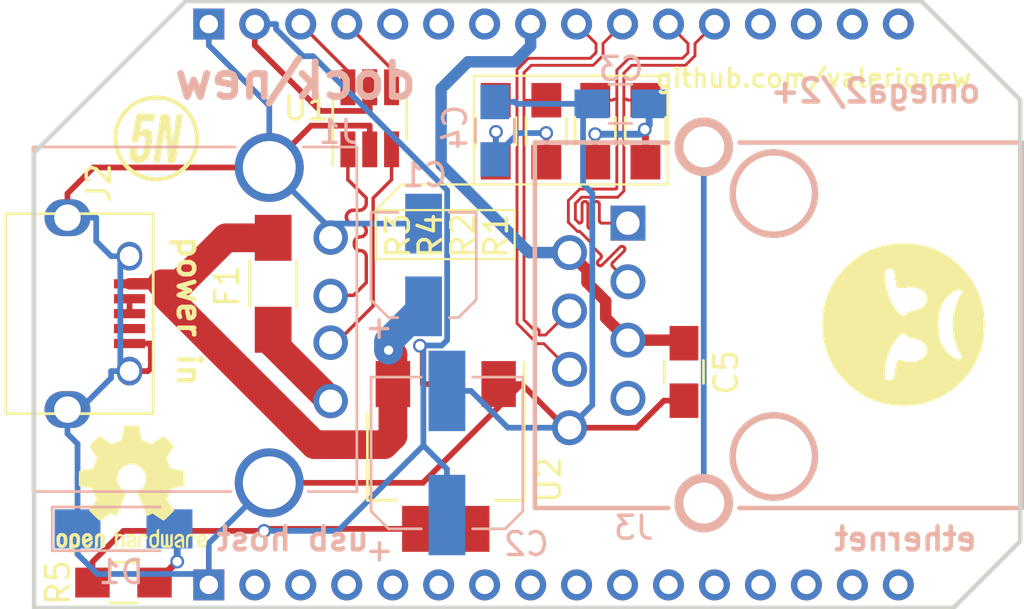
<source format=kicad_pcb>
(kicad_pcb (version 20171130) (host pcbnew "(5.1.12)-1")

  (general
    (thickness 1.6)
    (drawings 23)
    (tracks 402)
    (zones 0)
    (modules 21)
    (nets 42)
  )

  (page A4)
  (layers
    (0 F.Cu signal)
    (31 B.Cu signal)
    (32 B.Adhes user)
    (33 F.Adhes user)
    (34 B.Paste user)
    (35 F.Paste user)
    (36 B.SilkS user)
    (37 F.SilkS user)
    (38 B.Mask user)
    (39 F.Mask user)
    (40 Dwgs.User user hide)
    (41 Cmts.User user)
    (42 Eco1.User user)
    (43 Eco2.User user hide)
    (44 Edge.Cuts user hide)
    (45 Margin user)
    (46 B.CrtYd user hide)
    (47 F.CrtYd user hide)
    (48 B.Fab user)
    (49 F.Fab user hide)
  )

  (setup
    (last_trace_width 0.25)
    (trace_clearance 0.1)
    (zone_clearance 0.508)
    (zone_45_only no)
    (trace_min 0.1)
    (via_size 0.6)
    (via_drill 0.4)
    (via_min_size 0.4)
    (via_min_drill 0.3)
    (uvia_size 0.3)
    (uvia_drill 0.1)
    (uvias_allowed no)
    (uvia_min_size 0.2)
    (uvia_min_drill 0.1)
    (edge_width 0.2)
    (segment_width 0.1)
    (pcb_text_width 0.3)
    (pcb_text_size 1.5 1.5)
    (mod_edge_width 0.15)
    (mod_text_size 1 1)
    (mod_text_width 0.15)
    (pad_size 2 1.6)
    (pad_drill 1.15)
    (pad_to_mask_clearance 0.1)
    (aux_axis_origin 0 0)
    (visible_elements 7FFFFFFF)
    (pcbplotparams
      (layerselection 0x00030_80000001)
      (usegerberextensions false)
      (usegerberattributes true)
      (usegerberadvancedattributes true)
      (creategerberjobfile true)
      (excludeedgelayer true)
      (linewidth 0.100000)
      (plotframeref false)
      (viasonmask false)
      (mode 1)
      (useauxorigin false)
      (hpglpennumber 1)
      (hpglpenspeed 20)
      (hpglpendiameter 15.000000)
      (psnegative false)
      (psa4output false)
      (plotreference true)
      (plotvalue true)
      (plotinvisibletext false)
      (padsonsilk false)
      (subtractmaskfromsilk false)
      (outputformat 1)
      (mirror false)
      (drillshape 0)
      (scaleselection 1)
      (outputdirectory ""))
  )

  (net 0 "")
  (net 1 +5V)
  (net 2 GND)
  (net 3 +3V3)
  (net 4 "Net-(C3-Pad2)")
  (net 5 "Net-(C4-Pad1)")
  (net 6 /UD+)
  (net 7 /UD-)
  (net 8 "Net-(J2-Pad2)")
  (net 9 /TX+)
  (net 10 /TX-)
  (net 11 /RX+)
  (net 12 /RX-)
  (net 13 /D-)
  (net 14 /D+)
  (net 15 "Net-(F1-Pad2)")
  (net 16 ETH_PWR)
  (net 17 "Net-(D1-Pad2)")
  (net 18 "Net-(J2-Pad4)")
  (net 19 "Net-(U3-Pad17)")
  (net 20 "Net-(U3-Pad18)")
  (net 21 "Net-(U3-Pad19)")
  (net 22 "Net-(U3-Pad20)")
  (net 23 "Net-(U3-Pad26)")
  (net 24 "Net-(U3-Pad27)")
  (net 25 "Net-(U3-Pad28)")
  (net 26 "Net-(U3-Pad2)")
  (net 27 "Net-(U3-Pad3)")
  (net 28 "Net-(U3-Pad4)")
  (net 29 "Net-(U3-Pad5)")
  (net 30 "Net-(U3-Pad6)")
  (net 31 "Net-(U3-Pad7)")
  (net 32 "Net-(U3-Pad8)")
  (net 33 "Net-(U3-Pad9)")
  (net 34 "Net-(U3-Pad10)")
  (net 35 "Net-(U3-Pad11)")
  (net 36 "Net-(U3-Pad12)")
  (net 37 "Net-(U3-Pad13)")
  (net 38 "Net-(U3-Pad14)")
  (net 39 "Net-(U3-Pad15)")
  (net 40 "Net-(U3-Pad16)")
  (net 41 "Net-(J3-Pad13)")

  (net_class Default "Questo è il gruppo di collegamenti predefinito"
    (clearance 0.1)
    (trace_width 0.25)
    (via_dia 0.6)
    (via_drill 0.4)
    (uvia_dia 0.3)
    (uvia_drill 0.1)
    (add_net +3V3)
    (add_net +5V)
    (add_net /D+)
    (add_net /D-)
    (add_net /RX+)
    (add_net /RX-)
    (add_net /UD+)
    (add_net /UD-)
    (add_net ETH_PWR)
    (add_net GND)
    (add_net "Net-(C3-Pad2)")
    (add_net "Net-(C4-Pad1)")
    (add_net "Net-(D1-Pad2)")
    (add_net "Net-(F1-Pad2)")
    (add_net "Net-(J2-Pad2)")
    (add_net "Net-(J2-Pad4)")
    (add_net "Net-(J3-Pad13)")
    (add_net "Net-(U3-Pad10)")
    (add_net "Net-(U3-Pad11)")
    (add_net "Net-(U3-Pad12)")
    (add_net "Net-(U3-Pad13)")
    (add_net "Net-(U3-Pad14)")
    (add_net "Net-(U3-Pad15)")
    (add_net "Net-(U3-Pad16)")
    (add_net "Net-(U3-Pad17)")
    (add_net "Net-(U3-Pad18)")
    (add_net "Net-(U3-Pad19)")
    (add_net "Net-(U3-Pad2)")
    (add_net "Net-(U3-Pad20)")
    (add_net "Net-(U3-Pad26)")
    (add_net "Net-(U3-Pad27)")
    (add_net "Net-(U3-Pad28)")
    (add_net "Net-(U3-Pad3)")
    (add_net "Net-(U3-Pad4)")
    (add_net "Net-(U3-Pad5)")
    (add_net "Net-(U3-Pad6)")
    (add_net "Net-(U3-Pad7)")
    (add_net "Net-(U3-Pad8)")
    (add_net "Net-(U3-Pad9)")
  )

  (net_class RX ""
    (clearance 0.1)
    (trace_width 0.1)
    (via_dia 0.6)
    (via_drill 0.4)
    (uvia_dia 0.3)
    (uvia_drill 0.1)
  )

  (net_class TX ""
    (clearance 0.1)
    (trace_width 0.1)
    (via_dia 0.6)
    (via_drill 0.4)
    (uvia_dia 0.3)
    (uvia_drill 0.1)
    (add_net /TX+)
    (add_net /TX-)
  )

  (module LOGO (layer F.Cu) (tedit 0) (tstamp 5987BF04)
    (at 191.9224 58.5724 90)
    (fp_text reference G***_2 (at 0 0 90) (layer F.SilkS) hide
      (effects (font (size 1.524 1.524) (thickness 0.3)))
    )
    (fp_text value LOGO (at 0.75 0 90) (layer F.SilkS) hide
      (effects (font (size 1.524 1.524) (thickness 0.3)))
    )
    (fp_poly (pts (xy 0.456144 -3.503103) (xy 0.886171 -3.428617) (xy 1.291776 -3.303622) (xy 1.674655 -3.127423)
      (xy 2.036505 -2.899324) (xy 2.37902 -2.618629) (xy 2.501246 -2.501245) (xy 2.801587 -2.165457)
      (xy 3.049075 -1.810963) (xy 3.244405 -1.436065) (xy 3.388273 -1.03907) (xy 3.481375 -0.618281)
      (xy 3.524407 -0.172003) (xy 3.527778 0) (xy 3.503104 0.456144) (xy 3.428617 0.886171)
      (xy 3.303623 1.291776) (xy 3.127424 1.674655) (xy 2.899324 2.036505) (xy 2.618629 2.37902)
      (xy 2.501246 2.501246) (xy 2.163565 2.802374) (xy 1.804677 3.051404) (xy 1.424111 3.248505)
      (xy 1.021393 3.39385) (xy 0.596052 3.487611) (xy 0.147615 3.529958) (xy -0.310444 3.522035)
      (xy -0.7219 3.466334) (xy -1.129797 3.357248) (xy -1.526613 3.1977) (xy -1.904824 2.990611)
      (xy -2.18918 2.792489) (xy -2.340631 2.663143) (xy -2.50612 2.501041) (xy -2.593919 2.405766)
      (xy -1.522046 2.405766) (xy -1.505653 2.486413) (xy -1.490133 2.506134) (xy -1.422661 2.537927)
      (xy -1.339445 2.51753) (xy -1.294972 2.489077) (xy -1.20385 2.433529) (xy -1.072485 2.371048)
      (xy -0.915538 2.307812) (xy -0.747668 2.249999) (xy -0.677333 2.228792) (xy -0.477627 2.185851)
      (xy -0.244164 2.158749) (xy 0.002414 2.148262) (xy 0.241465 2.15517) (xy 0.452347 2.18025)
      (xy 0.478259 2.185218) (xy 0.658964 2.228204) (xy 0.840402 2.282595) (xy 1.008766 2.343368)
      (xy 1.15025 2.405499) (xy 1.251047 2.463965) (xy 1.257471 2.468738) (xy 1.359749 2.527865)
      (xy 1.442447 2.534463) (xy 1.490134 2.506134) (xy 1.522502 2.435234) (xy 1.509958 2.33563)
      (xy 1.453407 2.211578) (xy 1.414161 2.14938) (xy 1.24978 1.945141) (xy 1.060558 1.782932)
      (xy 0.84215 1.660806) (xy 0.590212 1.576815) (xy 0.300401 1.529011) (xy 0 1.515315)
      (xy -0.331299 1.53246) (xy -0.620837 1.584941) (xy -0.872082 1.674329) (xy -1.088503 1.802195)
      (xy -1.27357 1.970109) (xy -1.415897 2.15632) (xy -1.492034 2.295294) (xy -1.522046 2.405766)
      (xy -2.593919 2.405766) (xy -2.671048 2.322071) (xy -2.820815 2.142118) (xy -2.940823 1.977068)
      (xy -2.946419 1.968509) (xy -3.156115 1.61137) (xy -3.315611 1.259154) (xy -3.428257 0.900521)
      (xy -3.497403 0.524129) (xy -3.526398 0.118634) (xy -3.527777 0) (xy -3.503103 -0.456143)
      (xy -3.476526 -0.609583) (xy -2.427111 -0.609583) (xy -2.417906 -0.520529) (xy -2.394003 -0.460736)
      (xy -2.387224 -0.453586) (xy -2.345088 -0.436524) (xy -2.25936 -0.4142) (xy -2.142311 -0.389451)
      (xy -2.006211 -0.365108) (xy -1.999169 -0.363959) (xy -1.817126 -0.33371) (xy -1.684846 -0.307406)
      (xy -1.596373 -0.279967) (xy -1.54575 -0.246312) (xy -1.527023 -0.20136) (xy -1.534236 -0.140031)
      (xy -1.561432 -0.057242) (xy -1.580458 -0.006753) (xy -1.627577 0.181842) (xy -1.632958 0.37682)
      (xy -1.599599 0.566476) (xy -1.530497 0.739109) (xy -1.428649 0.883014) (xy -1.331429 0.965809)
      (xy -1.226417 1.0065) (xy -1.098867 1.015878) (xy -0.972809 0.994528) (xy -0.888201 0.955045)
      (xy -0.776609 0.849132) (xy -0.684453 0.705421) (xy -0.620387 0.54152) (xy -0.593068 0.375038)
      (xy -0.592666 0.353829) (xy -0.575334 0.273836) (xy -0.517358 0.193118) (xy -0.493889 0.169334)
      (xy -0.419034 0.079636) (xy -0.393054 -0.003305) (xy -0.399079 -0.024827) (xy 0.395481 -0.024827)
      (xy 0.404718 0.060098) (xy 0.463398 0.13898) (xy 0.514676 0.197295) (xy 0.554024 0.270322)
      (xy 0.587242 0.371967) (xy 0.619535 0.513206) (xy 0.670999 0.673497) (xy 0.752115 0.818839)
      (xy 0.852283 0.931759) (xy 0.891434 0.961419) (xy 1.003695 1.005097) (xy 1.114778 1.015628)
      (xy 1.255284 0.997956) (xy 1.338122 0.961419) (xy 1.463796 0.845668) (xy 1.555154 0.690302)
      (xy 1.609951 0.502154) (xy 1.625943 0.288056) (xy 1.612723 0.125536) (xy 1.592241 -0.026058)
      (xy 1.58224 -0.131872) (xy 1.584125 -0.201838) (xy 1.5993 -0.245887) (xy 1.62917 -0.273949)
      (xy 1.672167 -0.294735) (xy 1.741011 -0.315193) (xy 1.847614 -0.337911) (xy 1.973607 -0.359181)
      (xy 2.032 -0.367327) (xy 2.189992 -0.39075) (xy 2.299952 -0.416498) (xy 2.370226 -0.449607)
      (xy 2.409162 -0.495116) (xy 2.425108 -0.558065) (xy 2.427111 -0.605828) (xy 2.414055 -0.705405)
      (xy 2.370039 -0.770396) (xy 2.287792 -0.806227) (xy 2.16004 -0.818328) (xy 2.142306 -0.818444)
      (xy 1.879358 -0.800197) (xy 1.603015 -0.748542) (xy 1.325886 -0.668106) (xy 1.060577 -0.563517)
      (xy 0.819696 -0.439404) (xy 0.615849 -0.300393) (xy 0.532586 -0.227551) (xy 0.437816 -0.119185)
      (xy 0.395481 -0.024827) (xy -0.399079 -0.024827) (xy -0.416806 -0.088142) (xy -0.491144 -0.183532)
      (xy -0.532827 -0.224339) (xy -0.762663 -0.403791) (xy -1.034032 -0.555653) (xy -1.337285 -0.676138)
      (xy -1.662775 -0.76146) (xy -2.000856 -0.807831) (xy -2.023542 -0.809441) (xy -2.184277 -0.815221)
      (xy -2.297406 -0.805111) (xy -2.37044 -0.775392) (xy -2.410887 -0.722343) (xy -2.42626 -0.642247)
      (xy -2.427111 -0.609583) (xy -3.476526 -0.609583) (xy -3.428617 -0.88617) (xy -3.303622 -1.291775)
      (xy -3.127423 -1.674655) (xy -2.899324 -2.036504) (xy -2.618629 -2.379019) (xy -2.501245 -2.501245)
      (xy -2.165457 -2.801587) (xy -1.810963 -3.049074) (xy -1.436065 -3.244404) (xy -1.03907 -3.388272)
      (xy -0.618281 -3.481374) (xy -0.172003 -3.524406) (xy 0 -3.527777) (xy 0.456144 -3.503103)) (layer F.SilkS) (width 0.01))
  )

  (module logo:LOGO_5N (layer F.Cu) (tedit 5987B707) (tstamp 5988AFCD)
    (at 159.5628 50.546)
    (fp_text reference G*** (at -0.2 3) (layer F.SilkS) hide
      (effects (font (size 1.524 1.524) (thickness 0.3)))
    )
    (fp_text value LOGO (at -0.2 -3.1) (layer F.SilkS) hide
      (effects (font (size 1.524 1.524) (thickness 0.3)))
    )
    (fp_poly (pts (xy 0.953261 -1.120949) (xy 0.993155 -1.11609) (xy 1.008204 -1.103946) (xy 1.007146 -1.081208)
      (xy 1.005562 -1.074208) (xy 1.000114 -1.043995) (xy 0.988968 -0.976339) (xy 0.972818 -0.875647)
      (xy 0.952357 -0.746324) (xy 0.928279 -0.592775) (xy 0.90128 -0.419407) (xy 0.872053 -0.230626)
      (xy 0.84631 -0.0635) (xy 0.815757 0.134817) (xy 0.786863 0.321418) (xy 0.760321 0.491897)
      (xy 0.736823 0.641849) (xy 0.717063 0.766869) (xy 0.701732 0.86255) (xy 0.691523 0.924488)
      (xy 0.687415 0.947208) (xy 0.678043 0.972378) (xy 0.657742 0.986693) (xy 0.616558 0.993167)
      (xy 0.544537 0.994816) (xy 0.530189 0.994833) (xy 0.450481 0.99306) (xy 0.403718 0.986272)
      (xy 0.380606 0.972269) (xy 0.373734 0.957792) (xy 0.369573 0.928409) (xy 0.362423 0.862075)
      (xy 0.352778 0.764028) (xy 0.341131 0.639507) (xy 0.327974 0.493749) (xy 0.313803 0.331994)
      (xy 0.303959 0.216958) (xy 0.289397 0.049417) (xy 0.275382 -0.103857) (xy 0.262416 -0.237973)
      (xy 0.250999 -0.348041) (xy 0.241633 -0.42917) (xy 0.23482 -0.476469) (xy 0.231806 -0.486833)
      (xy 0.224797 -0.466988) (xy 0.212969 -0.411865) (xy 0.197547 -0.328089) (xy 0.179753 -0.222283)
      (xy 0.162335 -0.111125) (xy 0.13825 0.0466) (xy 0.110854 0.224242) (xy 0.082984 0.4035)
      (xy 0.05748 0.566073) (xy 0.049085 0.619125) (xy -0.00719 0.973667) (xy -0.141178 0.973667)
      (xy -0.210218 0.972905) (xy -0.258582 0.970916) (xy -0.275139 0.968375) (xy -0.271995 0.947055)
      (xy -0.26299 0.887928) (xy -0.248744 0.795021) (xy -0.229876 0.67236) (xy -0.207008 0.523973)
      (xy -0.180758 0.353887) (xy -0.151747 0.166128) (xy -0.120596 -0.035277) (xy -0.116389 -0.062463)
      (xy -0.084966 -0.26583) (xy -0.055609 -0.456472) (xy -0.028942 -0.630302) (xy -0.005585 -0.783231)
      (xy 0.013839 -0.911173) (xy 0.028706 -1.01004) (xy 0.038396 -1.075745) (xy 0.042285 -1.104201)
      (xy 0.042333 -1.104921) (xy 0.06192 -1.112376) (xy 0.114379 -1.118153) (xy 0.190256 -1.121411)
      (xy 0.23243 -1.121833) (xy 0.32289 -1.121182) (xy 0.379591 -1.117866) (xy 0.411102 -1.109843)
      (xy 0.425991 -1.095071) (xy 0.432284 -1.074208) (xy 0.43656 -1.041052) (xy 0.443668 -0.971713)
      (xy 0.453056 -0.872209) (xy 0.464171 -0.748556) (xy 0.47646 -0.606771) (xy 0.489371 -0.452868)
      (xy 0.489587 -0.450248) (xy 0.502221 -0.299577) (xy 0.51398 -0.163996) (xy 0.524372 -0.04884)
      (xy 0.532899 0.040552) (xy 0.539069 0.098842) (xy 0.542386 0.120694) (xy 0.542512 0.12071)
      (xy 0.547066 0.099219) (xy 0.557141 0.041421) (xy 0.571832 -0.047148) (xy 0.590232 -0.160954)
      (xy 0.611436 -0.294461) (xy 0.633347 -0.43446) (xy 0.656911 -0.585753) (xy 0.678916 -0.726457)
      (xy 0.698352 -0.85016) (xy 0.71421 -0.950451) (xy 0.725479 -1.020918) (xy 0.730777 -1.053042)
      (xy 0.742751 -1.121833) (xy 0.879779 -1.121833) (xy 0.953261 -1.120949)) (layer F.SilkS) (width 0.01))
    (fp_poly (pts (xy -0.221939 -1.000125) (xy -0.231222 -0.92516) (xy -0.240832 -0.866983) (xy -0.248541 -0.838592)
      (xy -0.272929 -0.832167) (xy -0.330901 -0.828472) (xy -0.41378 -0.827776) (xy -0.512768 -0.830346)
      (xy -0.635293 -0.833707) (xy -0.718123 -0.83192) (xy -0.763594 -0.824869) (xy -0.774282 -0.817255)
      (xy -0.782148 -0.787936) (xy -0.796696 -0.726828) (xy -0.815689 -0.643522) (xy -0.832419 -0.568076)
      (xy -0.881871 -0.342402) (xy -0.802133 -0.406481) (xy -0.70907 -0.460137) (xy -0.609483 -0.482507)
      (xy -0.512624 -0.474757) (xy -0.427745 -0.438049) (xy -0.3641 -0.373549) (xy -0.350886 -0.349707)
      (xy -0.331585 -0.286583) (xy -0.319603 -0.203409) (xy -0.3175 -0.154841) (xy -0.322032 -0.065509)
      (xy -0.334433 0.049694) (xy -0.352909 0.180519) (xy -0.375667 0.316714) (xy -0.400916 0.448029)
      (xy -0.426863 0.564215) (xy -0.451713 0.655019) (xy -0.46611 0.694839) (xy -0.537714 0.813119)
      (xy -0.635006 0.90431) (xy -0.750611 0.965578) (xy -0.877158 0.994089) (xy -1.007274 0.987009)
      (xy -1.122641 0.947208) (xy -1.210831 0.886705) (xy -1.269386 0.806452) (xy -1.300596 0.701343)
      (xy -1.306752 0.566275) (xy -1.305459 0.53975) (xy -1.298374 0.435461) (xy -1.288618 0.366245)
      (xy -1.271066 0.324913) (xy -1.240592 0.304276) (xy -1.19207 0.297145) (xy -1.131913 0.296333)
      (xy -0.998355 0.296333) (xy -1.001886 0.469687) (xy -1.002874 0.555626) (xy -0.999828 0.609432)
      (xy -0.990178 0.641283) (xy -0.971352 0.661354) (xy -0.950114 0.674541) (xy -0.880118 0.693737)
      (xy -0.814243 0.674178) (xy -0.759375 0.619354) (xy -0.731977 0.564019) (xy -0.712778 0.496196)
      (xy -0.692043 0.399092) (xy -0.671848 0.285606) (xy -0.654266 0.168637) (xy -0.641371 0.061084)
      (xy -0.635237 -0.024154) (xy -0.635 -0.03908) (xy -0.649028 -0.115519) (xy -0.685872 -0.163843)
      (xy -0.737678 -0.185112) (xy -0.796591 -0.180388) (xy -0.854755 -0.150731) (xy -0.904314 -0.097202)
      (xy -0.937414 -0.020864) (xy -0.942329 0.002436) (xy -0.956222 0.084667) (xy -1.091944 0.084667)
      (xy -1.166347 0.083083) (xy -1.207624 0.076615) (xy -1.224924 0.062685) (xy -1.227667 0.046427)
      (xy -1.223706 0.018456) (xy -1.212692 -0.044297) (xy -1.195936 -0.135114) (xy -1.174743 -0.24728)
      (xy -1.150423 -0.374076) (xy -1.124282 -0.508785) (xy -1.097629 -0.64469) (xy -1.071771 -0.775073)
      (xy -1.048016 -0.893217) (xy -1.027672 -0.992404) (xy -1.012047 -1.065918) (xy -1.00537 -1.095375)
      (xy -1.000294 -1.112059) (xy -0.99029 -1.124305) (xy -0.969526 -1.132801) (xy -0.932169 -1.138231)
      (xy -0.872387 -1.141282) (xy -0.784349 -1.142639) (xy -0.662221 -1.142989) (xy -0.600381 -1.143)
      (xy -0.206735 -1.143) (xy -0.221939 -1.000125)) (layer F.SilkS) (width 0.01))
    (fp_poly (pts (xy 0.140087 -1.919517) (xy 0.404871 -1.858019) (xy 0.657734 -1.757008) (xy 0.896178 -1.617347)
      (xy 1.117708 -1.439897) (xy 1.195916 -1.363783) (xy 1.371458 -1.154155) (xy 1.511798 -0.921972)
      (xy 1.616084 -0.669423) (xy 1.683464 -0.398695) (xy 1.713086 -0.111977) (xy 1.7145 -0.032081)
      (xy 1.693903 0.227685) (xy 1.634164 0.480405) (xy 1.538357 0.722156) (xy 1.409557 0.949017)
      (xy 1.25084 1.157063) (xy 1.065281 1.342372) (xy 0.855955 1.501021) (xy 0.625937 1.629087)
      (xy 0.378303 1.722646) (xy 0.328083 1.736572) (xy 0.183026 1.765246) (xy 0.015415 1.783678)
      (xy -0.159358 1.791244) (xy -0.325899 1.787322) (xy -0.468814 1.771287) (xy -0.479604 1.769303)
      (xy -0.756051 1.695953) (xy -1.011588 1.58643) (xy -1.244088 1.442498) (xy -1.451425 1.26592)
      (xy -1.631472 1.058461) (xy -1.782105 0.821885) (xy -1.883265 0.604681) (xy -1.955887 0.379956)
      (xy -1.997732 0.144762) (xy -2.006952 -0.03175) (xy -1.834963 -0.03175) (xy -1.802545 0.2453)
      (xy -1.732321 0.504702) (xy -1.625634 0.744367) (xy -1.483829 0.962209) (xy -1.308247 1.156143)
      (xy -1.100233 1.324079) (xy -0.877311 1.455878) (xy -0.653377 1.545778) (xy -0.411805 1.600871)
      (xy -0.160046 1.62045) (xy 0.094452 1.603805) (xy 0.285584 1.566376) (xy 0.514171 1.486805)
      (xy 0.732273 1.36986) (xy 0.934268 1.220222) (xy 1.114534 1.042569) (xy 1.267447 0.84158)
      (xy 1.366492 0.66675) (xy 1.438432 0.504487) (xy 1.487302 0.355748) (xy 1.516457 0.205374)
      (xy 1.529255 0.038205) (xy 1.530493 -0.074083) (xy 1.509296 -0.350089) (xy 1.449917 -0.608134)
      (xy 1.35305 -0.84702) (xy 1.219386 -1.065546) (xy 1.04962 -1.262512) (xy 0.844444 -1.436717)
      (xy 0.682323 -1.543178) (xy 0.456578 -1.652461) (xy 0.216069 -1.72439) (xy -0.034052 -1.758968)
      (xy -0.288632 -1.756196) (xy -0.542521 -1.716078) (xy -0.790567 -1.638616) (xy -0.994834 -1.542382)
      (xy -1.101782 -1.472213) (xy -1.220923 -1.375957) (xy -1.34212 -1.263491) (xy -1.455234 -1.144693)
      (xy -1.550127 -1.029441) (xy -1.60559 -0.947316) (xy -1.718435 -0.725384) (xy -1.792698 -0.504832)
      (xy -1.830732 -0.27626) (xy -1.834963 -0.03175) (xy -2.006952 -0.03175) (xy -2.010834 -0.106054)
      (xy -1.99584 -0.361309) (xy -1.948995 -0.596372) (xy -1.867501 -0.820419) (xy -1.74856 -1.042624)
      (xy -1.704212 -1.111721) (xy -1.531949 -1.333718) (xy -1.332878 -1.523511) (xy -1.10922 -1.679703)
      (xy -0.863197 -1.800902) (xy -0.59703 -1.885713) (xy -0.415264 -1.920524) (xy -0.134124 -1.940639)
      (xy 0.140087 -1.919517)) (layer F.SilkS) (width 0.01))
  )

  (module Symbols:OSHW-Logo2_7.3x6mm_SilkScreen (layer F.Cu) (tedit 0) (tstamp 5988105A)
    (at 158.3436 65.7352)
    (descr "Open Source Hardware Symbol")
    (tags "Logo Symbol OSHW")
    (attr virtual)
    (fp_text reference REF*** (at 0 0) (layer F.SilkS) hide
      (effects (font (size 1 1) (thickness 0.15)))
    )
    (fp_text value OSHW-Logo2_7.3x6mm_SilkScreen (at 0.75 0) (layer F.Fab) hide
      (effects (font (size 1 1) (thickness 0.15)))
    )
    (fp_poly (pts (xy 0.10391 -2.757652) (xy 0.182454 -2.757222) (xy 0.239298 -2.756058) (xy 0.278105 -2.753793)
      (xy 0.302538 -2.75006) (xy 0.316262 -2.744494) (xy 0.32294 -2.736727) (xy 0.326236 -2.726395)
      (xy 0.326556 -2.725057) (xy 0.331562 -2.700921) (xy 0.340829 -2.653299) (xy 0.353392 -2.587259)
      (xy 0.368287 -2.507872) (xy 0.384551 -2.420204) (xy 0.385119 -2.417125) (xy 0.40141 -2.331211)
      (xy 0.416652 -2.255304) (xy 0.429861 -2.193955) (xy 0.440054 -2.151718) (xy 0.446248 -2.133145)
      (xy 0.446543 -2.132816) (xy 0.464788 -2.123747) (xy 0.502405 -2.108633) (xy 0.551271 -2.090738)
      (xy 0.551543 -2.090642) (xy 0.613093 -2.067507) (xy 0.685657 -2.038035) (xy 0.754057 -2.008403)
      (xy 0.757294 -2.006938) (xy 0.868702 -1.956374) (xy 1.115399 -2.12484) (xy 1.191077 -2.176197)
      (xy 1.259631 -2.222111) (xy 1.317088 -2.25997) (xy 1.359476 -2.287163) (xy 1.382825 -2.301079)
      (xy 1.385042 -2.302111) (xy 1.40201 -2.297516) (xy 1.433701 -2.275345) (xy 1.481352 -2.234553)
      (xy 1.546198 -2.174095) (xy 1.612397 -2.109773) (xy 1.676214 -2.046388) (xy 1.733329 -1.988549)
      (xy 1.780305 -1.939825) (xy 1.813703 -1.90379) (xy 1.830085 -1.884016) (xy 1.830694 -1.882998)
      (xy 1.832505 -1.869428) (xy 1.825683 -1.847267) (xy 1.80854 -1.813522) (xy 1.779393 -1.7652)
      (xy 1.736555 -1.699308) (xy 1.679448 -1.614483) (xy 1.628766 -1.539823) (xy 1.583461 -1.47286)
      (xy 1.54615 -1.417484) (xy 1.519452 -1.37758) (xy 1.505985 -1.357038) (xy 1.505137 -1.355644)
      (xy 1.506781 -1.335962) (xy 1.519245 -1.297707) (xy 1.540048 -1.248111) (xy 1.547462 -1.232272)
      (xy 1.579814 -1.16171) (xy 1.614328 -1.081647) (xy 1.642365 -1.012371) (xy 1.662568 -0.960955)
      (xy 1.678615 -0.921881) (xy 1.687888 -0.901459) (xy 1.689041 -0.899886) (xy 1.706096 -0.897279)
      (xy 1.746298 -0.890137) (xy 1.804302 -0.879477) (xy 1.874763 -0.866315) (xy 1.952335 -0.851667)
      (xy 2.031672 -0.836551) (xy 2.107431 -0.821982) (xy 2.174264 -0.808978) (xy 2.226828 -0.798555)
      (xy 2.259776 -0.79173) (xy 2.267857 -0.789801) (xy 2.276205 -0.785038) (xy 2.282506 -0.774282)
      (xy 2.287045 -0.753902) (xy 2.290104 -0.720266) (xy 2.291967 -0.669745) (xy 2.292918 -0.598708)
      (xy 2.29324 -0.503524) (xy 2.293257 -0.464508) (xy 2.293257 -0.147201) (xy 2.217057 -0.132161)
      (xy 2.174663 -0.124005) (xy 2.1114 -0.112101) (xy 2.034962 -0.097884) (xy 1.953043 -0.08279)
      (xy 1.9304 -0.078645) (xy 1.854806 -0.063947) (xy 1.788953 -0.049495) (xy 1.738366 -0.036625)
      (xy 1.708574 -0.026678) (xy 1.703612 -0.023713) (xy 1.691426 -0.002717) (xy 1.673953 0.037967)
      (xy 1.654577 0.090322) (xy 1.650734 0.1016) (xy 1.625339 0.171523) (xy 1.593817 0.250418)
      (xy 1.562969 0.321266) (xy 1.562817 0.321595) (xy 1.511447 0.432733) (xy 1.680399 0.681253)
      (xy 1.849352 0.929772) (xy 1.632429 1.147058) (xy 1.566819 1.211726) (xy 1.506979 1.268733)
      (xy 1.456267 1.315033) (xy 1.418046 1.347584) (xy 1.395675 1.363343) (xy 1.392466 1.364343)
      (xy 1.373626 1.356469) (xy 1.33518 1.334578) (xy 1.28133 1.301267) (xy 1.216276 1.259131)
      (xy 1.14594 1.211943) (xy 1.074555 1.16381) (xy 1.010908 1.121928) (xy 0.959041 1.088871)
      (xy 0.922995 1.067218) (xy 0.906867 1.059543) (xy 0.887189 1.066037) (xy 0.849875 1.08315)
      (xy 0.802621 1.107326) (xy 0.797612 1.110013) (xy 0.733977 1.141927) (xy 0.690341 1.157579)
      (xy 0.663202 1.157745) (xy 0.649057 1.143204) (xy 0.648975 1.143) (xy 0.641905 1.125779)
      (xy 0.625042 1.084899) (xy 0.599695 1.023525) (xy 0.567171 0.944819) (xy 0.528778 0.851947)
      (xy 0.485822 0.748072) (xy 0.444222 0.647502) (xy 0.398504 0.536516) (xy 0.356526 0.433703)
      (xy 0.319548 0.342215) (xy 0.288827 0.265201) (xy 0.265622 0.205815) (xy 0.25119 0.167209)
      (xy 0.246743 0.1528) (xy 0.257896 0.136272) (xy 0.287069 0.10993) (xy 0.325971 0.080887)
      (xy 0.436757 -0.010961) (xy 0.523351 -0.116241) (xy 0.584716 -0.232734) (xy 0.619815 -0.358224)
      (xy 0.627608 -0.490493) (xy 0.621943 -0.551543) (xy 0.591078 -0.678205) (xy 0.53792 -0.790059)
      (xy 0.465767 -0.885999) (xy 0.377917 -0.964924) (xy 0.277665 -1.02573) (xy 0.16831 -1.067313)
      (xy 0.053147 -1.088572) (xy -0.064525 -1.088401) (xy -0.18141 -1.065699) (xy -0.294211 -1.019362)
      (xy -0.399631 -0.948287) (xy -0.443632 -0.908089) (xy -0.528021 -0.804871) (xy -0.586778 -0.692075)
      (xy -0.620296 -0.57299) (xy -0.628965 -0.450905) (xy -0.613177 -0.329107) (xy -0.573322 -0.210884)
      (xy -0.509793 -0.099525) (xy -0.422979 0.001684) (xy -0.325971 0.080887) (xy -0.285563 0.111162)
      (xy -0.257018 0.137219) (xy -0.246743 0.152825) (xy -0.252123 0.169843) (xy -0.267425 0.2105)
      (xy -0.291388 0.271642) (xy -0.322756 0.350119) (xy -0.360268 0.44278) (xy -0.402667 0.546472)
      (xy -0.444337 0.647526) (xy -0.49031 0.758607) (xy -0.532893 0.861541) (xy -0.570779 0.953165)
      (xy -0.60266 1.030316) (xy -0.627229 1.089831) (xy -0.64318 1.128544) (xy -0.64909 1.143)
      (xy -0.663052 1.157685) (xy -0.69006 1.157642) (xy -0.733587 1.142099) (xy -0.79711 1.110284)
      (xy -0.797612 1.110013) (xy -0.84544 1.085323) (xy -0.884103 1.067338) (xy -0.905905 1.059614)
      (xy -0.906867 1.059543) (xy -0.923279 1.067378) (xy -0.959513 1.089165) (xy -1.011526 1.122328)
      (xy -1.075275 1.164291) (xy -1.14594 1.211943) (xy -1.217884 1.260191) (xy -1.282726 1.302151)
      (xy -1.336265 1.335227) (xy -1.374303 1.356821) (xy -1.392467 1.364343) (xy -1.409192 1.354457)
      (xy -1.44282 1.326826) (xy -1.48999 1.284495) (xy -1.547342 1.230505) (xy -1.611516 1.167899)
      (xy -1.632503 1.146983) (xy -1.849501 0.929623) (xy -1.684332 0.68722) (xy -1.634136 0.612781)
      (xy -1.590081 0.545972) (xy -1.554638 0.490665) (xy -1.530281 0.450729) (xy -1.519478 0.430036)
      (xy -1.519162 0.428563) (xy -1.524857 0.409058) (xy -1.540174 0.369822) (xy -1.562463 0.31743)
      (xy -1.578107 0.282355) (xy -1.607359 0.215201) (xy -1.634906 0.147358) (xy -1.656263 0.090034)
      (xy -1.662065 0.072572) (xy -1.678548 0.025938) (xy -1.69466 -0.010095) (xy -1.70351 -0.023713)
      (xy -1.72304 -0.032048) (xy -1.765666 -0.043863) (xy -1.825855 -0.057819) (xy -1.898078 -0.072578)
      (xy -1.9304 -0.078645) (xy -2.012478 -0.093727) (xy -2.091205 -0.108331) (xy -2.158891 -0.12102)
      (xy -2.20784 -0.130358) (xy -2.217057 -0.132161) (xy -2.293257 -0.147201) (xy -2.293257 -0.464508)
      (xy -2.293086 -0.568846) (xy -2.292384 -0.647787) (xy -2.290866 -0.704962) (xy -2.288251 -0.744001)
      (xy -2.284254 -0.768535) (xy -2.278591 -0.782195) (xy -2.27098 -0.788611) (xy -2.267857 -0.789801)
      (xy -2.249022 -0.79402) (xy -2.207412 -0.802438) (xy -2.14837 -0.814039) (xy -2.077243 -0.827805)
      (xy -1.999375 -0.84272) (xy -1.920113 -0.857768) (xy -1.844802 -0.871931) (xy -1.778787 -0.884194)
      (xy -1.727413 -0.893539) (xy -1.696025 -0.89895) (xy -1.689041 -0.899886) (xy -1.682715 -0.912404)
      (xy -1.66871 -0.945754) (xy -1.649645 -0.993623) (xy -1.642366 -1.012371) (xy -1.613004 -1.084805)
      (xy -1.578429 -1.16483) (xy -1.547463 -1.232272) (xy -1.524677 -1.283841) (xy -1.509518 -1.326215)
      (xy -1.504458 -1.352166) (xy -1.505264 -1.355644) (xy -1.515959 -1.372064) (xy -1.54038 -1.408583)
      (xy -1.575905 -1.461313) (xy -1.619913 -1.526365) (xy -1.669783 -1.599849) (xy -1.679644 -1.614355)
      (xy -1.737508 -1.700296) (xy -1.780044 -1.765739) (xy -1.808946 -1.813696) (xy -1.82591 -1.84718)
      (xy -1.832633 -1.869205) (xy -1.83081 -1.882783) (xy -1.830764 -1.882869) (xy -1.816414 -1.900703)
      (xy -1.784677 -1.935183) (xy -1.73899 -1.982732) (xy -1.682796 -2.039778) (xy -1.619532 -2.102745)
      (xy -1.612398 -2.109773) (xy -1.53267 -2.18698) (xy -1.471143 -2.24367) (xy -1.426579 -2.28089)
      (xy -1.397743 -2.299685) (xy -1.385042 -2.302111) (xy -1.366506 -2.291529) (xy -1.328039 -2.267084)
      (xy -1.273614 -2.231388) (xy -1.207202 -2.187053) (xy -1.132775 -2.136689) (xy -1.115399 -2.12484)
      (xy -0.868703 -1.956374) (xy -0.757294 -2.006938) (xy -0.689543 -2.036405) (xy -0.616817 -2.066041)
      (xy -0.554297 -2.08967) (xy -0.551543 -2.090642) (xy -0.50264 -2.108543) (xy -0.464943 -2.12368)
      (xy -0.446575 -2.13279) (xy -0.446544 -2.132816) (xy -0.440715 -2.149283) (xy -0.430808 -2.189781)
      (xy -0.417805 -2.249758) (xy -0.402691 -2.32466) (xy -0.386448 -2.409936) (xy -0.385119 -2.417125)
      (xy -0.368825 -2.504986) (xy -0.353867 -2.58474) (xy -0.341209 -2.651319) (xy -0.331814 -2.699653)
      (xy -0.326646 -2.724675) (xy -0.326556 -2.725057) (xy -0.323411 -2.735701) (xy -0.317296 -2.743738)
      (xy -0.304547 -2.749533) (xy -0.2815 -2.753453) (xy -0.244491 -2.755865) (xy -0.189856 -2.757135)
      (xy -0.113933 -2.757629) (xy -0.013056 -2.757714) (xy 0 -2.757714) (xy 0.10391 -2.757652)) (layer F.SilkS) (width 0.01))
    (fp_poly (pts (xy 3.153595 1.966966) (xy 3.211021 2.004497) (xy 3.238719 2.038096) (xy 3.260662 2.099064)
      (xy 3.262405 2.147308) (xy 3.258457 2.211816) (xy 3.109686 2.276934) (xy 3.037349 2.310202)
      (xy 2.990084 2.336964) (xy 2.965507 2.360144) (xy 2.961237 2.382667) (xy 2.974889 2.407455)
      (xy 2.989943 2.423886) (xy 3.033746 2.450235) (xy 3.081389 2.452081) (xy 3.125145 2.431546)
      (xy 3.157289 2.390752) (xy 3.163038 2.376347) (xy 3.190576 2.331356) (xy 3.222258 2.312182)
      (xy 3.265714 2.295779) (xy 3.265714 2.357966) (xy 3.261872 2.400283) (xy 3.246823 2.435969)
      (xy 3.21528 2.476943) (xy 3.210592 2.482267) (xy 3.175506 2.51872) (xy 3.145347 2.538283)
      (xy 3.107615 2.547283) (xy 3.076335 2.55023) (xy 3.020385 2.550965) (xy 2.980555 2.54166)
      (xy 2.955708 2.527846) (xy 2.916656 2.497467) (xy 2.889625 2.464613) (xy 2.872517 2.423294)
      (xy 2.863238 2.367521) (xy 2.859693 2.291305) (xy 2.85941 2.252622) (xy 2.860372 2.206247)
      (xy 2.948007 2.206247) (xy 2.949023 2.231126) (xy 2.951556 2.2352) (xy 2.968274 2.229665)
      (xy 3.004249 2.215017) (xy 3.052331 2.19419) (xy 3.062386 2.189714) (xy 3.123152 2.158814)
      (xy 3.156632 2.131657) (xy 3.16399 2.10622) (xy 3.146391 2.080481) (xy 3.131856 2.069109)
      (xy 3.07941 2.046364) (xy 3.030322 2.050122) (xy 2.989227 2.077884) (xy 2.960758 2.127152)
      (xy 2.951631 2.166257) (xy 2.948007 2.206247) (xy 2.860372 2.206247) (xy 2.861285 2.162249)
      (xy 2.868196 2.095384) (xy 2.881884 2.046695) (xy 2.904096 2.010849) (xy 2.936574 1.982513)
      (xy 2.950733 1.973355) (xy 3.015053 1.949507) (xy 3.085473 1.948006) (xy 3.153595 1.966966)) (layer F.SilkS) (width 0.01))
    (fp_poly (pts (xy 2.6526 1.958752) (xy 2.669948 1.966334) (xy 2.711356 1.999128) (xy 2.746765 2.046547)
      (xy 2.768664 2.097151) (xy 2.772229 2.122098) (xy 2.760279 2.156927) (xy 2.734067 2.175357)
      (xy 2.705964 2.186516) (xy 2.693095 2.188572) (xy 2.686829 2.173649) (xy 2.674456 2.141175)
      (xy 2.669028 2.126502) (xy 2.63859 2.075744) (xy 2.59452 2.050427) (xy 2.53801 2.051206)
      (xy 2.533825 2.052203) (xy 2.503655 2.066507) (xy 2.481476 2.094393) (xy 2.466327 2.139287)
      (xy 2.45725 2.204615) (xy 2.453286 2.293804) (xy 2.452914 2.341261) (xy 2.45273 2.416071)
      (xy 2.451522 2.467069) (xy 2.448309 2.499471) (xy 2.442109 2.518495) (xy 2.43194 2.529356)
      (xy 2.416819 2.537272) (xy 2.415946 2.53767) (xy 2.386828 2.549981) (xy 2.372403 2.554514)
      (xy 2.370186 2.540809) (xy 2.368289 2.502925) (xy 2.366847 2.445715) (xy 2.365998 2.374027)
      (xy 2.365829 2.321565) (xy 2.366692 2.220047) (xy 2.37007 2.143032) (xy 2.377142 2.086023)
      (xy 2.389088 2.044526) (xy 2.40709 2.014043) (xy 2.432327 1.99008) (xy 2.457247 1.973355)
      (xy 2.517171 1.951097) (xy 2.586911 1.946076) (xy 2.6526 1.958752)) (layer F.SilkS) (width 0.01))
    (fp_poly (pts (xy 2.144876 1.956335) (xy 2.186667 1.975344) (xy 2.219469 1.998378) (xy 2.243503 2.024133)
      (xy 2.260097 2.057358) (xy 2.270577 2.1028) (xy 2.276271 2.165207) (xy 2.278507 2.249327)
      (xy 2.278743 2.304721) (xy 2.278743 2.520826) (xy 2.241774 2.53767) (xy 2.212656 2.549981)
      (xy 2.198231 2.554514) (xy 2.195472 2.541025) (xy 2.193282 2.504653) (xy 2.191942 2.451542)
      (xy 2.191657 2.409372) (xy 2.190434 2.348447) (xy 2.187136 2.300115) (xy 2.182321 2.270518)
      (xy 2.178496 2.264229) (xy 2.152783 2.270652) (xy 2.112418 2.287125) (xy 2.065679 2.309458)
      (xy 2.020845 2.333457) (xy 1.986193 2.35493) (xy 1.970002 2.369685) (xy 1.969938 2.369845)
      (xy 1.97133 2.397152) (xy 1.983818 2.423219) (xy 2.005743 2.444392) (xy 2.037743 2.451474)
      (xy 2.065092 2.450649) (xy 2.103826 2.450042) (xy 2.124158 2.459116) (xy 2.136369 2.483092)
      (xy 2.137909 2.487613) (xy 2.143203 2.521806) (xy 2.129047 2.542568) (xy 2.092148 2.552462)
      (xy 2.052289 2.554292) (xy 1.980562 2.540727) (xy 1.943432 2.521355) (xy 1.897576 2.475845)
      (xy 1.873256 2.419983) (xy 1.871073 2.360957) (xy 1.891629 2.305953) (xy 1.922549 2.271486)
      (xy 1.95342 2.252189) (xy 2.001942 2.227759) (xy 2.058485 2.202985) (xy 2.06791 2.199199)
      (xy 2.130019 2.171791) (xy 2.165822 2.147634) (xy 2.177337 2.123619) (xy 2.16658 2.096635)
      (xy 2.148114 2.075543) (xy 2.104469 2.049572) (xy 2.056446 2.047624) (xy 2.012406 2.067637)
      (xy 1.980709 2.107551) (xy 1.976549 2.117848) (xy 1.952327 2.155724) (xy 1.916965 2.183842)
      (xy 1.872343 2.206917) (xy 1.872343 2.141485) (xy 1.874969 2.101506) (xy 1.88623 2.069997)
      (xy 1.911199 2.036378) (xy 1.935169 2.010484) (xy 1.972441 1.973817) (xy 2.001401 1.954121)
      (xy 2.032505 1.94622) (xy 2.067713 1.944914) (xy 2.144876 1.956335)) (layer F.SilkS) (width 0.01))
    (fp_poly (pts (xy 1.779833 1.958663) (xy 1.782048 1.99685) (xy 1.783784 2.054886) (xy 1.784899 2.12818)
      (xy 1.785257 2.205055) (xy 1.785257 2.465196) (xy 1.739326 2.511127) (xy 1.707675 2.539429)
      (xy 1.67989 2.550893) (xy 1.641915 2.550168) (xy 1.62684 2.548321) (xy 1.579726 2.542948)
      (xy 1.540756 2.539869) (xy 1.531257 2.539585) (xy 1.499233 2.541445) (xy 1.453432 2.546114)
      (xy 1.435674 2.548321) (xy 1.392057 2.551735) (xy 1.362745 2.54432) (xy 1.33368 2.521427)
      (xy 1.323188 2.511127) (xy 1.277257 2.465196) (xy 1.277257 1.978602) (xy 1.314226 1.961758)
      (xy 1.346059 1.949282) (xy 1.364683 1.944914) (xy 1.369458 1.958718) (xy 1.373921 1.997286)
      (xy 1.377775 2.056356) (xy 1.380722 2.131663) (xy 1.382143 2.195286) (xy 1.386114 2.445657)
      (xy 1.420759 2.450556) (xy 1.452268 2.447131) (xy 1.467708 2.436041) (xy 1.472023 2.415308)
      (xy 1.475708 2.371145) (xy 1.478469 2.309146) (xy 1.480012 2.234909) (xy 1.480235 2.196706)
      (xy 1.480457 1.976783) (xy 1.526166 1.960849) (xy 1.558518 1.950015) (xy 1.576115 1.944962)
      (xy 1.576623 1.944914) (xy 1.578388 1.958648) (xy 1.580329 1.99673) (xy 1.582282 2.054482)
      (xy 1.584084 2.127227) (xy 1.585343 2.195286) (xy 1.589314 2.445657) (xy 1.6764 2.445657)
      (xy 1.680396 2.21724) (xy 1.684392 1.988822) (xy 1.726847 1.966868) (xy 1.758192 1.951793)
      (xy 1.776744 1.944951) (xy 1.777279 1.944914) (xy 1.779833 1.958663)) (layer F.SilkS) (width 0.01))
    (fp_poly (pts (xy 1.190117 2.065358) (xy 1.189933 2.173837) (xy 1.189219 2.257287) (xy 1.187675 2.319704)
      (xy 1.185001 2.365085) (xy 1.180894 2.397429) (xy 1.175055 2.420733) (xy 1.167182 2.438995)
      (xy 1.161221 2.449418) (xy 1.111855 2.505945) (xy 1.049264 2.541377) (xy 0.980013 2.55409)
      (xy 0.910668 2.542463) (xy 0.869375 2.521568) (xy 0.826025 2.485422) (xy 0.796481 2.441276)
      (xy 0.778655 2.383462) (xy 0.770463 2.306313) (xy 0.769302 2.249714) (xy 0.769458 2.245647)
      (xy 0.870857 2.245647) (xy 0.871476 2.31055) (xy 0.874314 2.353514) (xy 0.88084 2.381622)
      (xy 0.892523 2.401953) (xy 0.906483 2.417288) (xy 0.953365 2.44689) (xy 1.003701 2.449419)
      (xy 1.051276 2.424705) (xy 1.054979 2.421356) (xy 1.070783 2.403935) (xy 1.080693 2.383209)
      (xy 1.086058 2.352362) (xy 1.088228 2.304577) (xy 1.088571 2.251748) (xy 1.087827 2.185381)
      (xy 1.084748 2.141106) (xy 1.078061 2.112009) (xy 1.066496 2.091173) (xy 1.057013 2.080107)
      (xy 1.01296 2.052198) (xy 0.962224 2.048843) (xy 0.913796 2.070159) (xy 0.90445 2.078073)
      (xy 0.88854 2.095647) (xy 0.87861 2.116587) (xy 0.873278 2.147782) (xy 0.871163 2.196122)
      (xy 0.870857 2.245647) (xy 0.769458 2.245647) (xy 0.77281 2.158568) (xy 0.784726 2.090086)
      (xy 0.807135 2.0386) (xy 0.842124 1.998443) (xy 0.869375 1.977861) (xy 0.918907 1.955625)
      (xy 0.976316 1.945304) (xy 1.029682 1.948067) (xy 1.059543 1.959212) (xy 1.071261 1.962383)
      (xy 1.079037 1.950557) (xy 1.084465 1.918866) (xy 1.088571 1.870593) (xy 1.093067 1.816829)
      (xy 1.099313 1.784482) (xy 1.110676 1.765985) (xy 1.130528 1.75377) (xy 1.143 1.748362)
      (xy 1.190171 1.728601) (xy 1.190117 2.065358)) (layer F.SilkS) (width 0.01))
    (fp_poly (pts (xy 0.529926 1.949755) (xy 0.595858 1.974084) (xy 0.649273 2.017117) (xy 0.670164 2.047409)
      (xy 0.692939 2.102994) (xy 0.692466 2.143186) (xy 0.668562 2.170217) (xy 0.659717 2.174813)
      (xy 0.62153 2.189144) (xy 0.602028 2.185472) (xy 0.595422 2.161407) (xy 0.595086 2.148114)
      (xy 0.582992 2.09921) (xy 0.551471 2.064999) (xy 0.507659 2.048476) (xy 0.458695 2.052634)
      (xy 0.418894 2.074227) (xy 0.40545 2.086544) (xy 0.395921 2.101487) (xy 0.389485 2.124075)
      (xy 0.385317 2.159328) (xy 0.382597 2.212266) (xy 0.380502 2.287907) (xy 0.37996 2.311857)
      (xy 0.377981 2.39379) (xy 0.375731 2.451455) (xy 0.372357 2.489608) (xy 0.367006 2.513004)
      (xy 0.358824 2.526398) (xy 0.346959 2.534545) (xy 0.339362 2.538144) (xy 0.307102 2.550452)
      (xy 0.288111 2.554514) (xy 0.281836 2.540948) (xy 0.278006 2.499934) (xy 0.2766 2.430999)
      (xy 0.277598 2.333669) (xy 0.277908 2.318657) (xy 0.280101 2.229859) (xy 0.282693 2.165019)
      (xy 0.286382 2.119067) (xy 0.291864 2.086935) (xy 0.299835 2.063553) (xy 0.310993 2.043852)
      (xy 0.31683 2.03541) (xy 0.350296 1.998057) (xy 0.387727 1.969003) (xy 0.392309 1.966467)
      (xy 0.459426 1.946443) (xy 0.529926 1.949755)) (layer F.SilkS) (width 0.01))
    (fp_poly (pts (xy 0.039744 1.950968) (xy 0.096616 1.972087) (xy 0.097267 1.972493) (xy 0.13244 1.99838)
      (xy 0.158407 2.028633) (xy 0.17667 2.068058) (xy 0.188732 2.121462) (xy 0.196096 2.193651)
      (xy 0.200264 2.289432) (xy 0.200629 2.303078) (xy 0.205876 2.508842) (xy 0.161716 2.531678)
      (xy 0.129763 2.54711) (xy 0.11047 2.554423) (xy 0.109578 2.554514) (xy 0.106239 2.541022)
      (xy 0.103587 2.504626) (xy 0.101956 2.451452) (xy 0.1016 2.408393) (xy 0.101592 2.338641)
      (xy 0.098403 2.294837) (xy 0.087288 2.273944) (xy 0.063501 2.272925) (xy 0.022296 2.288741)
      (xy -0.039914 2.317815) (xy -0.085659 2.341963) (xy -0.109187 2.362913) (xy -0.116104 2.385747)
      (xy -0.116114 2.386877) (xy -0.104701 2.426212) (xy -0.070908 2.447462) (xy -0.019191 2.450539)
      (xy 0.018061 2.450006) (xy 0.037703 2.460735) (xy 0.049952 2.486505) (xy 0.057002 2.519337)
      (xy 0.046842 2.537966) (xy 0.043017 2.540632) (xy 0.007001 2.55134) (xy -0.043434 2.552856)
      (xy -0.095374 2.545759) (xy -0.132178 2.532788) (xy -0.183062 2.489585) (xy -0.211986 2.429446)
      (xy -0.217714 2.382462) (xy -0.213343 2.340082) (xy -0.197525 2.305488) (xy -0.166203 2.274763)
      (xy -0.115322 2.24399) (xy -0.040824 2.209252) (xy -0.036286 2.207288) (xy 0.030821 2.176287)
      (xy 0.072232 2.150862) (xy 0.089981 2.128014) (xy 0.086107 2.104745) (xy 0.062643 2.078056)
      (xy 0.055627 2.071914) (xy 0.00863 2.0481) (xy -0.040067 2.049103) (xy -0.082478 2.072451)
      (xy -0.110616 2.115675) (xy -0.113231 2.12416) (xy -0.138692 2.165308) (xy -0.170999 2.185128)
      (xy -0.217714 2.20477) (xy -0.217714 2.15395) (xy -0.203504 2.080082) (xy -0.161325 2.012327)
      (xy -0.139376 1.989661) (xy -0.089483 1.960569) (xy -0.026033 1.9474) (xy 0.039744 1.950968)) (layer F.SilkS) (width 0.01))
    (fp_poly (pts (xy -0.624114 1.851289) (xy -0.619861 1.910613) (xy -0.614975 1.945572) (xy -0.608205 1.96082)
      (xy -0.598298 1.961015) (xy -0.595086 1.959195) (xy -0.552356 1.946015) (xy -0.496773 1.946785)
      (xy -0.440263 1.960333) (xy -0.404918 1.977861) (xy -0.368679 2.005861) (xy -0.342187 2.037549)
      (xy -0.324001 2.077813) (xy -0.312678 2.131543) (xy -0.306778 2.203626) (xy -0.304857 2.298951)
      (xy -0.304823 2.317237) (xy -0.3048 2.522646) (xy -0.350509 2.53858) (xy -0.382973 2.54942)
      (xy -0.400785 2.554468) (xy -0.401309 2.554514) (xy -0.403063 2.540828) (xy -0.404556 2.503076)
      (xy -0.405674 2.446224) (xy -0.406303 2.375234) (xy -0.4064 2.332073) (xy -0.406602 2.246973)
      (xy -0.407642 2.185981) (xy -0.410169 2.144177) (xy -0.414836 2.116642) (xy -0.422293 2.098456)
      (xy -0.433189 2.084698) (xy -0.439993 2.078073) (xy -0.486728 2.051375) (xy -0.537728 2.049375)
      (xy -0.583999 2.071955) (xy -0.592556 2.080107) (xy -0.605107 2.095436) (xy -0.613812 2.113618)
      (xy -0.619369 2.139909) (xy -0.622474 2.179562) (xy -0.623824 2.237832) (xy -0.624114 2.318173)
      (xy -0.624114 2.522646) (xy -0.669823 2.53858) (xy -0.702287 2.54942) (xy -0.720099 2.554468)
      (xy -0.720623 2.554514) (xy -0.721963 2.540623) (xy -0.723172 2.501439) (xy -0.724199 2.4407)
      (xy -0.724998 2.362141) (xy -0.725519 2.269498) (xy -0.725714 2.166509) (xy -0.725714 1.769342)
      (xy -0.678543 1.749444) (xy -0.631371 1.729547) (xy -0.624114 1.851289)) (layer F.SilkS) (width 0.01))
    (fp_poly (pts (xy -1.831697 1.931239) (xy -1.774473 1.969735) (xy -1.730251 2.025335) (xy -1.703833 2.096086)
      (xy -1.69849 2.148162) (xy -1.699097 2.169893) (xy -1.704178 2.186531) (xy -1.718145 2.201437)
      (xy -1.745411 2.217973) (xy -1.790388 2.239498) (xy -1.857489 2.269374) (xy -1.857829 2.269524)
      (xy -1.919593 2.297813) (xy -1.970241 2.322933) (xy -2.004596 2.342179) (xy -2.017482 2.352848)
      (xy -2.017486 2.352934) (xy -2.006128 2.376166) (xy -1.979569 2.401774) (xy -1.949077 2.420221)
      (xy -1.93363 2.423886) (xy -1.891485 2.411212) (xy -1.855192 2.379471) (xy -1.837483 2.344572)
      (xy -1.820448 2.318845) (xy -1.787078 2.289546) (xy -1.747851 2.264235) (xy -1.713244 2.250471)
      (xy -1.706007 2.249714) (xy -1.697861 2.26216) (xy -1.69737 2.293972) (xy -1.703357 2.336866)
      (xy -1.714643 2.382558) (xy -1.73005 2.422761) (xy -1.730829 2.424322) (xy -1.777196 2.489062)
      (xy -1.837289 2.533097) (xy -1.905535 2.554711) (xy -1.976362 2.552185) (xy -2.044196 2.523804)
      (xy -2.047212 2.521808) (xy -2.100573 2.473448) (xy -2.13566 2.410352) (xy -2.155078 2.327387)
      (xy -2.157684 2.304078) (xy -2.162299 2.194055) (xy -2.156767 2.142748) (xy -2.017486 2.142748)
      (xy -2.015676 2.174753) (xy -2.005778 2.184093) (xy -1.981102 2.177105) (xy -1.942205 2.160587)
      (xy -1.898725 2.139881) (xy -1.897644 2.139333) (xy -1.860791 2.119949) (xy -1.846 2.107013)
      (xy -1.849647 2.093451) (xy -1.865005 2.075632) (xy -1.904077 2.049845) (xy -1.946154 2.04795)
      (xy -1.983897 2.066717) (xy -2.009966 2.102915) (xy -2.017486 2.142748) (xy -2.156767 2.142748)
      (xy -2.152806 2.106027) (xy -2.12845 2.036212) (xy -2.094544 1.987302) (xy -2.033347 1.937878)
      (xy -1.965937 1.913359) (xy -1.89712 1.911797) (xy -1.831697 1.931239)) (layer F.SilkS) (width 0.01))
    (fp_poly (pts (xy -2.958885 1.921962) (xy -2.890855 1.957733) (xy -2.840649 2.015301) (xy -2.822815 2.052312)
      (xy -2.808937 2.107882) (xy -2.801833 2.178096) (xy -2.80116 2.254727) (xy -2.806573 2.329552)
      (xy -2.81773 2.394342) (xy -2.834286 2.440873) (xy -2.839374 2.448887) (xy -2.899645 2.508707)
      (xy -2.971231 2.544535) (xy -3.048908 2.55502) (xy -3.127452 2.53881) (xy -3.149311 2.529092)
      (xy -3.191878 2.499143) (xy -3.229237 2.459433) (xy -3.232768 2.454397) (xy -3.247119 2.430124)
      (xy -3.256606 2.404178) (xy -3.26221 2.370022) (xy -3.264914 2.321119) (xy -3.265701 2.250935)
      (xy -3.265714 2.2352) (xy -3.265678 2.230192) (xy -3.120571 2.230192) (xy -3.119727 2.29643)
      (xy -3.116404 2.340386) (xy -3.109417 2.368779) (xy -3.097584 2.388325) (xy -3.091543 2.394857)
      (xy -3.056814 2.41968) (xy -3.023097 2.418548) (xy -2.989005 2.397016) (xy -2.968671 2.374029)
      (xy -2.956629 2.340478) (xy -2.949866 2.287569) (xy -2.949402 2.281399) (xy -2.948248 2.185513)
      (xy -2.960312 2.114299) (xy -2.98543 2.068194) (xy -3.02344 2.047635) (xy -3.037008 2.046514)
      (xy -3.072636 2.052152) (xy -3.097006 2.071686) (xy -3.111907 2.109042) (xy -3.119125 2.16815)
      (xy -3.120571 2.230192) (xy -3.265678 2.230192) (xy -3.265174 2.160413) (xy -3.262904 2.108159)
      (xy -3.257932 2.071949) (xy -3.249287 2.045299) (xy -3.235995 2.021722) (xy -3.233057 2.017338)
      (xy -3.183687 1.958249) (xy -3.129891 1.923947) (xy -3.064398 1.910331) (xy -3.042158 1.909665)
      (xy -2.958885 1.921962)) (layer F.SilkS) (width 0.01))
    (fp_poly (pts (xy -1.283907 1.92778) (xy -1.237328 1.954723) (xy -1.204943 1.981466) (xy -1.181258 2.009484)
      (xy -1.164941 2.043748) (xy -1.154661 2.089227) (xy -1.149086 2.150892) (xy -1.146884 2.233711)
      (xy -1.146629 2.293246) (xy -1.146629 2.512391) (xy -1.208314 2.540044) (xy -1.27 2.567697)
      (xy -1.277257 2.32767) (xy -1.280256 2.238028) (xy -1.283402 2.172962) (xy -1.287299 2.128026)
      (xy -1.292553 2.09877) (xy -1.299769 2.080748) (xy -1.30955 2.069511) (xy -1.312688 2.067079)
      (xy -1.360239 2.048083) (xy -1.408303 2.0556) (xy -1.436914 2.075543) (xy -1.448553 2.089675)
      (xy -1.456609 2.10822) (xy -1.461729 2.136334) (xy -1.464559 2.179173) (xy -1.465744 2.241895)
      (xy -1.465943 2.307261) (xy -1.465982 2.389268) (xy -1.467386 2.447316) (xy -1.472086 2.486465)
      (xy -1.482013 2.51178) (xy -1.499097 2.528323) (xy -1.525268 2.541156) (xy -1.560225 2.554491)
      (xy -1.598404 2.569007) (xy -1.593859 2.311389) (xy -1.592029 2.218519) (xy -1.589888 2.149889)
      (xy -1.586819 2.100711) (xy -1.582206 2.066198) (xy -1.575432 2.041562) (xy -1.565881 2.022016)
      (xy -1.554366 2.00477) (xy -1.49881 1.94968) (xy -1.43102 1.917822) (xy -1.357287 1.910191)
      (xy -1.283907 1.92778)) (layer F.SilkS) (width 0.01))
    (fp_poly (pts (xy -2.400256 1.919918) (xy -2.344799 1.947568) (xy -2.295852 1.99848) (xy -2.282371 2.017338)
      (xy -2.267686 2.042015) (xy -2.258158 2.068816) (xy -2.252707 2.104587) (xy -2.250253 2.156169)
      (xy -2.249714 2.224267) (xy -2.252148 2.317588) (xy -2.260606 2.387657) (xy -2.276826 2.439931)
      (xy -2.302546 2.479869) (xy -2.339503 2.512929) (xy -2.342218 2.514886) (xy -2.37864 2.534908)
      (xy -2.422498 2.544815) (xy -2.478276 2.547257) (xy -2.568952 2.547257) (xy -2.56899 2.635283)
      (xy -2.569834 2.684308) (xy -2.574976 2.713065) (xy -2.588413 2.730311) (xy -2.614142 2.744808)
      (xy -2.620321 2.747769) (xy -2.649236 2.761648) (xy -2.671624 2.770414) (xy -2.688271 2.771171)
      (xy -2.699964 2.761023) (xy -2.70749 2.737073) (xy -2.711634 2.696426) (xy -2.713185 2.636186)
      (xy -2.712929 2.553455) (xy -2.711651 2.445339) (xy -2.711252 2.413) (xy -2.709815 2.301524)
      (xy -2.708528 2.228603) (xy -2.569029 2.228603) (xy -2.568245 2.290499) (xy -2.56476 2.330997)
      (xy -2.556876 2.357708) (xy -2.542895 2.378244) (xy -2.533403 2.38826) (xy -2.494596 2.417567)
      (xy -2.460237 2.419952) (xy -2.424784 2.39575) (xy -2.423886 2.394857) (xy -2.409461 2.376153)
      (xy -2.400687 2.350732) (xy -2.396261 2.311584) (xy -2.394882 2.251697) (xy -2.394857 2.23843)
      (xy -2.398188 2.155901) (xy -2.409031 2.098691) (xy -2.42866 2.063766) (xy -2.45835 2.048094)
      (xy -2.475509 2.046514) (xy -2.516234 2.053926) (xy -2.544168 2.07833) (xy -2.560983 2.12298)
      (xy -2.56835 2.19113) (xy -2.569029 2.228603) (xy -2.708528 2.228603) (xy -2.708292 2.215245)
      (xy -2.706323 2.150333) (xy -2.70355 2.102958) (xy -2.699612 2.06929) (xy -2.694151 2.045498)
      (xy -2.686808 2.027753) (xy -2.677223 2.012224) (xy -2.673113 2.006381) (xy -2.618595 1.951185)
      (xy -2.549664 1.91989) (xy -2.469928 1.911165) (xy -2.400256 1.919918)) (layer F.SilkS) (width 0.01))
  )

  (module Connectors:USB_Micro-B (layer F.Cu) (tedit 5987B4C1) (tstamp 59514D95)
    (at 156.9 58.1 270)
    (descr "Micro USB Type B Receptacle")
    (tags "USB USB_B USB_micro USB_OTG")
    (path /5950B756)
    (attr smd)
    (fp_text reference J2 (at -5.68 -0.01 270) (layer F.SilkS)
      (effects (font (size 1 1) (thickness 0.15)))
    )
    (fp_text value USB_PWR (at 0 5.01 270) (layer F.Fab)
      (effects (font (size 1 1) (thickness 0.15)))
    )
    (fp_line (start -4.35 4.03) (end -4.35 -2.38) (layer F.SilkS) (width 0.12))
    (fp_line (start 4.35 2.8) (end -4.35 2.8) (layer F.SilkS) (width 0.12))
    (fp_line (start 4.35 -2.38) (end 4.35 4.03) (layer F.SilkS) (width 0.12))
    (fp_line (start -4.35 -2.38) (end 4.35 -2.38) (layer F.SilkS) (width 0.12))
    (fp_line (start -4.35 4.03) (end 4.35 4.03) (layer F.SilkS) (width 0.12))
    (fp_line (start -4.6 4.26) (end -4.6 -2.59) (layer F.CrtYd) (width 0.05))
    (fp_line (start 4.6 4.26) (end -4.6 4.26) (layer F.CrtYd) (width 0.05))
    (fp_line (start 4.6 -2.59) (end 4.6 4.26) (layer F.CrtYd) (width 0.05))
    (fp_line (start -4.6 -2.59) (end 4.6 -2.59) (layer F.CrtYd) (width 0.05))
    (pad 1 smd rect (at -1.3 -1.35) (size 1.35 0.4) (layers F.Cu F.Paste F.Mask)
      (net 1 +5V))
    (pad 2 smd rect (at -0.65 -1.35) (size 1.35 0.4) (layers F.Cu F.Paste F.Mask)
      (net 8 "Net-(J2-Pad2)"))
    (pad 3 smd rect (at 0 -1.35) (size 1.35 0.4) (layers F.Cu F.Paste F.Mask)
      (net 8 "Net-(J2-Pad2)"))
    (pad 4 smd rect (at 0.65 -1.35) (size 1.35 0.4) (layers F.Cu F.Paste F.Mask)
      (net 18 "Net-(J2-Pad4)"))
    (pad 5 smd rect (at 1.3 -1.35) (size 1.35 0.4) (layers F.Cu F.Paste F.Mask)
      (net 2 GND))
    (pad 6 thru_hole oval (at -2.5 -1.35) (size 1.1 1.25) (drill 0.85) (layers *.Cu *.Mask)
      (net 2 GND))
    (pad 6 thru_hole oval (at 2.5 -1.35) (size 1.1 1.25) (drill 0.85) (layers *.Cu *.Mask)
      (net 2 GND))
    (pad 6 thru_hole oval (at -4.175 1.35) (size 2 1.6) (drill 1.15) (layers *.Cu *.Mask)
      (net 2 GND))
    (pad 6 thru_hole oval (at 4.175 1.35) (size 2 1.6) (drill 1.15) (layers *.Cu *.Mask)
      (net 2 GND))
  )

  (module Capacitors_SMD:C_0805_HandSoldering (layer B.Cu) (tedit 59519441) (tstamp 59514D5A)
    (at 174.142 50.1396 90)
    (descr "Capacitor SMD 0805, hand soldering")
    (tags "capacitor 0805")
    (path /5950F143)
    (attr smd)
    (fp_text reference C4 (at 0.1524 -1.7272 90) (layer B.SilkS)
      (effects (font (size 1 1) (thickness 0.15)) (justify mirror))
    )
    (fp_text value 100nF (at 0 -1.75 90) (layer B.Fab)
      (effects (font (size 1 1) (thickness 0.15)) (justify mirror))
    )
    (fp_line (start 2.25 -0.87) (end -2.25 -0.87) (layer B.CrtYd) (width 0.05))
    (fp_line (start 2.25 -0.87) (end 2.25 0.88) (layer B.CrtYd) (width 0.05))
    (fp_line (start -2.25 0.88) (end -2.25 -0.87) (layer B.CrtYd) (width 0.05))
    (fp_line (start -2.25 0.88) (end 2.25 0.88) (layer B.CrtYd) (width 0.05))
    (fp_line (start -0.5 -0.85) (end 0.5 -0.85) (layer B.SilkS) (width 0.12))
    (fp_line (start 0.5 0.85) (end -0.5 0.85) (layer B.SilkS) (width 0.12))
    (fp_line (start -1 0.62) (end 1 0.62) (layer B.Fab) (width 0.1))
    (fp_line (start 1 0.62) (end 1 -0.62) (layer B.Fab) (width 0.1))
    (fp_line (start 1 -0.62) (end -1 -0.62) (layer B.Fab) (width 0.1))
    (fp_line (start -1 -0.62) (end -1 0.62) (layer B.Fab) (width 0.1))
    (fp_text user %R (at 0 1.75 90) (layer B.Fab)
      (effects (font (size 1 1) (thickness 0.15)) (justify mirror))
    )
    (pad 1 smd rect (at -1.25 0 90) (size 1.5 1.25) (layers B.Cu B.Paste B.Mask)
      (net 5 "Net-(C4-Pad1)"))
    (pad 2 smd rect (at 1.25 0 90) (size 1.5 1.25) (layers B.Cu B.Paste B.Mask)
      (net 2 GND))
    (model Capacitors_SMD.3dshapes/C_0805.wrl
      (at (xyz 0 0 0))
      (scale (xyz 1 1 1))
      (rotate (xyz 0 0 0))
    )
  )

  (module TO_SOT_Packages_SMD:SOT-223 (layer F.Cu) (tedit 58CE4E7E) (tstamp 59514E1D)
    (at 172.009 64.3128 270)
    (descr "module CMS SOT223 4 pins")
    (tags "CMS SOT")
    (path /59510FB8)
    (attr smd)
    (fp_text reference U2 (at 1.016 -4.5 270) (layer F.SilkS)
      (effects (font (size 1 1) (thickness 0.15)))
    )
    (fp_text value AP111733 (at 0 4.5 270) (layer F.Fab)
      (effects (font (size 1 1) (thickness 0.15)))
    )
    (fp_line (start 1.85 -3.35) (end 1.85 3.35) (layer F.Fab) (width 0.1))
    (fp_line (start -1.85 3.35) (end 1.85 3.35) (layer F.Fab) (width 0.1))
    (fp_line (start -4.1 -3.41) (end 1.91 -3.41) (layer F.SilkS) (width 0.12))
    (fp_line (start -0.8 -3.35) (end 1.85 -3.35) (layer F.Fab) (width 0.1))
    (fp_line (start -1.85 3.41) (end 1.91 3.41) (layer F.SilkS) (width 0.12))
    (fp_line (start -1.85 -2.3) (end -1.85 3.35) (layer F.Fab) (width 0.1))
    (fp_line (start -4.4 -3.6) (end -4.4 3.6) (layer F.CrtYd) (width 0.05))
    (fp_line (start -4.4 3.6) (end 4.4 3.6) (layer F.CrtYd) (width 0.05))
    (fp_line (start 4.4 3.6) (end 4.4 -3.6) (layer F.CrtYd) (width 0.05))
    (fp_line (start 4.4 -3.6) (end -4.4 -3.6) (layer F.CrtYd) (width 0.05))
    (fp_line (start 1.91 -3.41) (end 1.91 -2.15) (layer F.SilkS) (width 0.12))
    (fp_line (start 1.91 3.41) (end 1.91 2.15) (layer F.SilkS) (width 0.12))
    (fp_line (start -1.85 -2.3) (end -0.8 -3.35) (layer F.Fab) (width 0.1))
    (fp_text user %R (at 0 0 270) (layer F.Fab)
      (effects (font (size 0.8 0.8) (thickness 0.12)))
    )
    (pad 4 smd rect (at 3.15 0 270) (size 2 3.8) (layers F.Cu F.Paste F.Mask)
      (net 3 +3V3))
    (pad 2 smd rect (at -3.15 0 270) (size 2 1.5) (layers F.Cu F.Paste F.Mask)
      (net 3 +3V3))
    (pad 3 smd rect (at -3.15 2.3 270) (size 2 1.5) (layers F.Cu F.Paste F.Mask)
      (net 1 +5V))
    (pad 1 smd rect (at -3.15 -2.3 270) (size 2 1.5) (layers F.Cu F.Paste F.Mask)
      (net 2 GND))
    (model ${KISYS3DMOD}/TO_SOT_Packages_SMD.3dshapes/SOT-223.wrl
      (at (xyz 0 0 0))
      (scale (xyz 1 1 1))
      (rotate (xyz 0 0 0))
    )
  )

  (module omega:Socket_Strip_Straight_1x16_Pitch2.00mm locked (layer F.Cu) (tedit 59514D1A) (tstamp 5)
    (at 161.7 69.9 90)
    (descr "Through hole straight socket strip, 1x16, 2.00mm pitch, single row")
    (tags "Through hole socket strip THT 1x16 2.00mm single row")
    (path /5952F8F9)
    (fp_text reference U3 (at 0 -2.06 90) (layer F.Fab)
      (effects (font (size 1 1) (thickness 0.15)))
    )
    (fp_text value OMEGA_2 (at 12.6 12 90) (layer F.Fab)
      (effects (font (size 1 1) (thickness 0.15)))
    )
    (fp_line (start 1.896826 35.301496) (end -1.0036 32.400726) (layer F.SilkS) (width 0.1))
    (fp_line (start 21.096688 35.301496) (end 1.896826 35.301496) (layer F.SilkS) (width 0.1))
    (fp_line (start 25.396856 31.001328) (end 21.096688 35.301496) (layer F.SilkS) (width 0.1))
    (fp_line (start 25.396856 -1.000164) (end 25.396856 31.001328) (layer F.SilkS) (width 0.1))
    (fp_line (start 18.795364 -7.5989) (end 25.396856 -1.000164) (layer F.SilkS) (width 0.1))
    (fp_line (start -1.0036 -7.5989) (end 18.795364 -7.5989) (layer F.SilkS) (width 0.1))
    (fp_line (start -1.0036 32.400726) (end -1.0036 -7.5989) (layer F.SilkS) (width 0.1))
    (pad 17 thru_hole oval (at 24.4 30 90) (size 1.35 1.35) (drill 0.8) (layers *.Cu *.Mask)
      (net 19 "Net-(U3-Pad17)"))
    (pad 18 thru_hole oval (at 24.4 28 90) (size 1.35 1.35) (drill 0.8) (layers *.Cu *.Mask)
      (net 20 "Net-(U3-Pad18)"))
    (pad 19 thru_hole oval (at 24.4 26 90) (size 1.35 1.35) (drill 0.8) (layers *.Cu *.Mask)
      (net 21 "Net-(U3-Pad19)"))
    (pad 20 thru_hole oval (at 24.4 24 90) (size 1.35 1.35) (drill 0.8) (layers *.Cu *.Mask)
      (net 22 "Net-(U3-Pad20)"))
    (pad 21 thru_hole oval (at 24.4 22 90) (size 1.35 1.35) (drill 0.8) (layers *.Cu *.Mask)
      (net 11 /RX+))
    (pad 22 thru_hole oval (at 24.4 20 90) (size 1.35 1.35) (drill 0.8) (layers *.Cu *.Mask)
      (net 12 /RX-))
    (pad 23 thru_hole oval (at 24.4 18 90) (size 1.35 1.35) (drill 0.8) (layers *.Cu *.Mask)
      (net 9 /TX+))
    (pad 24 thru_hole oval (at 24.4 16 90) (size 1.35 1.35) (drill 0.8) (layers *.Cu *.Mask)
      (net 10 /TX-))
    (pad 25 thru_hole oval (at 24.4 14 90) (size 1.35 1.35) (drill 0.8) (layers *.Cu *.Mask)
      (net 16 ETH_PWR))
    (pad 26 thru_hole oval (at 24.4 12 90) (size 1.35 1.35) (drill 0.8) (layers *.Cu *.Mask)
      (net 23 "Net-(U3-Pad26)"))
    (pad 27 thru_hole oval (at 24.4 10 90) (size 1.35 1.35) (drill 0.8) (layers *.Cu *.Mask)
      (net 24 "Net-(U3-Pad27)"))
    (pad 28 thru_hole oval (at 24.4 8 90) (size 1.35 1.35) (drill 0.8) (layers *.Cu *.Mask)
      (net 25 "Net-(U3-Pad28)"))
    (pad 29 thru_hole oval (at 24.4 6 90) (size 1.35 1.35) (drill 0.8) (layers *.Cu *.Mask)
      (net 13 /D-))
    (pad 30 thru_hole oval (at 24.4 4 90) (size 1.35 1.35) (drill 0.8) (layers *.Cu *.Mask)
      (net 14 /D+))
    (pad 31 thru_hole oval (at 24.4 2 90) (size 1.35 1.35) (drill 0.8) (layers *.Cu *.Mask)
      (net 3 +3V3))
    (pad 32 thru_hole rect (at 24.4 0 90) (size 1.35 1.35) (drill 0.8) (layers *.Cu *.Mask)
      (net 2 GND))
    (pad 1 thru_hole rect (at 0 0 90) (size 1.35 1.35) (drill 0.8) (layers *.Cu *.Mask)
      (net 2 GND))
    (pad 2 thru_hole oval (at 0 2 90) (size 1.35 1.35) (drill 0.8) (layers *.Cu *.Mask)
      (net 26 "Net-(U3-Pad2)"))
    (pad 3 thru_hole oval (at 0 4 90) (size 1.35 1.35) (drill 0.8) (layers *.Cu *.Mask)
      (net 27 "Net-(U3-Pad3)"))
    (pad 4 thru_hole oval (at 0 6 90) (size 1.35 1.35) (drill 0.8) (layers *.Cu *.Mask)
      (net 28 "Net-(U3-Pad4)"))
    (pad 5 thru_hole oval (at 0 8 90) (size 1.35 1.35) (drill 0.8) (layers *.Cu *.Mask)
      (net 29 "Net-(U3-Pad5)"))
    (pad 6 thru_hole oval (at 0 10 90) (size 1.35 1.35) (drill 0.8) (layers *.Cu *.Mask)
      (net 30 "Net-(U3-Pad6)"))
    (pad 7 thru_hole oval (at 0 12 90) (size 1.35 1.35) (drill 0.8) (layers *.Cu *.Mask)
      (net 31 "Net-(U3-Pad7)"))
    (pad 8 thru_hole oval (at 0 14 90) (size 1.35 1.35) (drill 0.8) (layers *.Cu *.Mask)
      (net 32 "Net-(U3-Pad8)"))
    (pad 9 thru_hole oval (at 0 16 90) (size 1.35 1.35) (drill 0.8) (layers *.Cu *.Mask)
      (net 33 "Net-(U3-Pad9)"))
    (pad 10 thru_hole oval (at 0 18 90) (size 1.35 1.35) (drill 0.8) (layers *.Cu *.Mask)
      (net 34 "Net-(U3-Pad10)"))
    (pad 11 thru_hole oval (at 0 20 90) (size 1.35 1.35) (drill 0.8) (layers *.Cu *.Mask)
      (net 35 "Net-(U3-Pad11)"))
    (pad 12 thru_hole oval (at 0 22 90) (size 1.35 1.35) (drill 0.8) (layers *.Cu *.Mask)
      (net 36 "Net-(U3-Pad12)"))
    (pad 13 thru_hole oval (at 0 24 90) (size 1.35 1.35) (drill 0.8) (layers *.Cu *.Mask)
      (net 37 "Net-(U3-Pad13)"))
    (pad 14 thru_hole oval (at 0 26 90) (size 1.35 1.35) (drill 0.8) (layers *.Cu *.Mask)
      (net 38 "Net-(U3-Pad14)"))
    (pad 15 thru_hole oval (at 0 28 90) (size 1.35 1.35) (drill 0.8) (layers *.Cu *.Mask)
      (net 39 "Net-(U3-Pad15)"))
    (pad 16 thru_hole oval (at 0 30 90) (size 1.35 1.35) (drill 0.8) (layers *.Cu *.Mask)
      (net 40 "Net-(U3-Pad16)"))
    (model ${KISYS3DMOD}/Socket_Strips.3dshapes/Socket_Strip_Straight_1x16_Pitch2.00mm.wrl
      (at (xyz 0 0 0))
      (scale (xyz 1 1 1))
      (rotate (xyz 0 0 0))
    )
  )

  (module Capacitors_SMD:C_1206_HandSoldering (layer F.Cu) (tedit 58AA84D1) (tstamp 5)
    (at 164.5 56.8 270)
    (descr "Capacitor SMD 1206, hand soldering")
    (tags "capacitor 1206")
    (path /5952722D)
    (attr smd)
    (fp_text reference F1 (at 0.1 2 270) (layer F.SilkS)
      (effects (font (size 1 1) (thickness 0.15)))
    )
    (fp_text value 1.5A (at 0 2 270) (layer F.Fab)
      (effects (font (size 1 1) (thickness 0.15)))
    )
    (fp_line (start 3.25 1.05) (end -3.25 1.05) (layer F.CrtYd) (width 0.05))
    (fp_line (start 3.25 1.05) (end 3.25 -1.05) (layer F.CrtYd) (width 0.05))
    (fp_line (start -3.25 -1.05) (end -3.25 1.05) (layer F.CrtYd) (width 0.05))
    (fp_line (start -3.25 -1.05) (end 3.25 -1.05) (layer F.CrtYd) (width 0.05))
    (fp_line (start -1 1.02) (end 1 1.02) (layer F.SilkS) (width 0.12))
    (fp_line (start 1 -1.02) (end -1 -1.02) (layer F.SilkS) (width 0.12))
    (fp_line (start -1.6 -0.8) (end 1.6 -0.8) (layer F.Fab) (width 0.1))
    (fp_line (start 1.6 -0.8) (end 1.6 0.8) (layer F.Fab) (width 0.1))
    (fp_line (start 1.6 0.8) (end -1.6 0.8) (layer F.Fab) (width 0.1))
    (fp_line (start -1.6 0.8) (end -1.6 -0.8) (layer F.Fab) (width 0.1))
    (fp_text user %R (at -3.5 3.1 270) (layer F.Fab)
      (effects (font (size 1 1) (thickness 0.15)))
    )
    (pad 1 smd rect (at -2 0 270) (size 2 1.6) (layers F.Cu F.Paste F.Mask)
      (net 1 +5V))
    (pad 2 smd rect (at 2 0 270) (size 2 1.6) (layers F.Cu F.Paste F.Mask)
      (net 15 "Net-(F1-Pad2)"))
    (model Capacitors_SMD.3dshapes/C_1206.wrl
      (at (xyz 0 0 0))
      (scale (xyz 1 1 1))
      (rotate (xyz 0 0 0))
    )
  )

  (module Capacitors_SMD:CP_Elec_4x5.3 (layer B.Cu) (tedit 59519543) (tstamp 59514D1C)
    (at 171.044 55.9816 90)
    (descr "SMT capacitor, aluminium electrolytic, 4x5.3")
    (path /59511627)
    (attr smd)
    (fp_text reference C1 (at 3.9116 0.0508) (layer B.SilkS)
      (effects (font (size 1 1) (thickness 0.15)) (justify mirror))
    )
    (fp_text value 10uF (at 0 3.54 90) (layer B.Fab)
      (effects (font (size 1 1) (thickness 0.15)) (justify mirror))
    )
    (fp_line (start 3.35 -2.38) (end -3.35 -2.38) (layer B.CrtYd) (width 0.05))
    (fp_line (start 3.35 -2.38) (end 3.35 2.39) (layer B.CrtYd) (width 0.05))
    (fp_line (start -3.35 2.39) (end -3.35 -2.38) (layer B.CrtYd) (width 0.05))
    (fp_line (start -3.35 2.39) (end 3.35 2.39) (layer B.CrtYd) (width 0.05))
    (fp_line (start -1.52 2.29) (end -2.29 1.52) (layer B.SilkS) (width 0.12))
    (fp_line (start -1.52 2.29) (end 2.29 2.29) (layer B.SilkS) (width 0.12))
    (fp_line (start -1.52 -2.29) (end -2.29 -1.52) (layer B.SilkS) (width 0.12))
    (fp_line (start -1.52 -2.29) (end 2.29 -2.29) (layer B.SilkS) (width 0.12))
    (fp_line (start -2.29 -1.52) (end -2.29 -1.12) (layer B.SilkS) (width 0.12))
    (fp_line (start 2.29 -2.29) (end 2.29 -1.12) (layer B.SilkS) (width 0.12))
    (fp_line (start 2.29 2.29) (end 2.29 1.12) (layer B.SilkS) (width 0.12))
    (fp_line (start -2.29 1.52) (end -2.29 1.12) (layer B.SilkS) (width 0.12))
    (fp_line (start 2.13 2.13) (end -1.46 2.13) (layer B.Fab) (width 0.1))
    (fp_line (start -1.46 2.13) (end -2.13 1.46) (layer B.Fab) (width 0.1))
    (fp_line (start -2.13 1.46) (end -2.13 -1.46) (layer B.Fab) (width 0.1))
    (fp_line (start -2.13 -1.46) (end -1.46 -2.13) (layer B.Fab) (width 0.1))
    (fp_line (start -1.46 -2.13) (end 2.13 -2.13) (layer B.Fab) (width 0.1))
    (fp_line (start 2.13 -2.13) (end 2.13 2.13) (layer B.Fab) (width 0.1))
    (fp_circle (center 0 0) (end 0 -2.1) (layer B.Fab) (width 0.1))
    (fp_text user + (at -1.21 0.08 90) (layer B.Fab)
      (effects (font (size 1 1) (thickness 0.15)) (justify mirror))
    )
    (fp_text user + (at -2.77 -2.01 90) (layer B.SilkS)
      (effects (font (size 1 1) (thickness 0.15)) (justify mirror))
    )
    (fp_text user %R (at 0 -3.54 90) (layer B.Fab)
      (effects (font (size 1 1) (thickness 0.15)) (justify mirror))
    )
    (pad 1 smd rect (at -1.8 0 270) (size 2.6 1.6) (layers B.Cu B.Paste B.Mask)
      (net 1 +5V))
    (pad 2 smd rect (at 1.8 0 270) (size 2.6 1.6) (layers B.Cu B.Paste B.Mask)
      (net 2 GND))
    (model Capacitors_SMD.3dshapes/CP_Elec_4x5.3.wrl
      (at (xyz 0 0 0))
      (scale (xyz 1 1 1))
      (rotate (xyz 0 0 180))
    )
  )

  (module Capacitors_SMD:CP_Elec_6.3x5.3 (layer B.Cu) (tedit 59519507) (tstamp 59514D38)
    (at 172.06 64.1604 90)
    (descr "SMT capacitor, aluminium electrolytic, 6.3x5.3")
    (path /595116AD)
    (attr smd)
    (fp_text reference C2 (at -3.9624 3.4544) (layer B.SilkS)
      (effects (font (size 1 1) (thickness 0.15)) (justify mirror))
    )
    (fp_text value 100uF (at 0 4.56 90) (layer B.Fab)
      (effects (font (size 1 1) (thickness 0.15)) (justify mirror))
    )
    (fp_line (start 4.7 -3.4) (end -4.7 -3.4) (layer B.CrtYd) (width 0.05))
    (fp_line (start 4.7 -3.4) (end 4.7 3.4) (layer B.CrtYd) (width 0.05))
    (fp_line (start -4.7 3.4) (end -4.7 -3.4) (layer B.CrtYd) (width 0.05))
    (fp_line (start -4.7 3.4) (end 4.7 3.4) (layer B.CrtYd) (width 0.05))
    (fp_line (start -2.54 3.3) (end 3.3 3.3) (layer B.SilkS) (width 0.12))
    (fp_line (start -3.3 2.54) (end -2.54 3.3) (layer B.SilkS) (width 0.12))
    (fp_line (start -2.54 -3.3) (end -3.3 -2.54) (layer B.SilkS) (width 0.12))
    (fp_line (start 3.3 -3.3) (end -2.54 -3.3) (layer B.SilkS) (width 0.12))
    (fp_line (start -3.3 2.54) (end -3.3 1.12) (layer B.SilkS) (width 0.12))
    (fp_line (start -3.3 -2.54) (end -3.3 -1.12) (layer B.SilkS) (width 0.12))
    (fp_line (start 3.3 3.3) (end 3.3 1.12) (layer B.SilkS) (width 0.12))
    (fp_line (start 3.3 -3.3) (end 3.3 -1.12) (layer B.SilkS) (width 0.12))
    (fp_line (start 3.15 3.15) (end -2.48 3.15) (layer B.Fab) (width 0.1))
    (fp_line (start -2.48 3.15) (end -3.15 2.48) (layer B.Fab) (width 0.1))
    (fp_line (start -3.15 2.48) (end -3.15 -2.48) (layer B.Fab) (width 0.1))
    (fp_line (start -3.15 -2.48) (end -2.48 -3.15) (layer B.Fab) (width 0.1))
    (fp_line (start -2.48 -3.15) (end 3.15 -3.15) (layer B.Fab) (width 0.1))
    (fp_line (start 3.15 -3.15) (end 3.15 3.15) (layer B.Fab) (width 0.1))
    (fp_circle (center 0 0) (end 0.6 -3) (layer B.Fab) (width 0.1))
    (fp_text user + (at -1.75 0.08 90) (layer B.Fab)
      (effects (font (size 1 1) (thickness 0.15)) (justify mirror))
    )
    (fp_text user + (at -4.28 -3.01 90) (layer B.SilkS)
      (effects (font (size 1 1) (thickness 0.15)) (justify mirror))
    )
    (fp_text user %R (at 0 -4.56 90) (layer B.Fab)
      (effects (font (size 1 1) (thickness 0.15)) (justify mirror))
    )
    (pad 1 smd rect (at -2.7 0 270) (size 3.5 1.6) (layers B.Cu B.Paste B.Mask)
      (net 3 +3V3))
    (pad 2 smd rect (at 2.7 0 270) (size 3.5 1.6) (layers B.Cu B.Paste B.Mask)
      (net 2 GND))
    (model Capacitors_SMD.3dshapes/CP_Elec_6.3x5.3.wrl
      (at (xyz 0 0 0))
      (scale (xyz 1 1 1))
      (rotate (xyz 0 0 180))
    )
  )

  (module Capacitors_SMD:C_0805_HandSoldering (layer B.Cu) (tedit 59519446) (tstamp 59514D49)
    (at 179.609 48.9712)
    (descr "Capacitor SMD 0805, hand soldering")
    (tags "capacitor 0805")
    (path /5950F19F)
    (attr smd)
    (fp_text reference C3 (at 0.0308 -1.524) (layer B.SilkS)
      (effects (font (size 1 1) (thickness 0.15)) (justify mirror))
    )
    (fp_text value 100nF (at 0 -1.75) (layer B.Fab)
      (effects (font (size 1 1) (thickness 0.15)) (justify mirror))
    )
    (fp_line (start 2.25 -0.87) (end -2.25 -0.87) (layer B.CrtYd) (width 0.05))
    (fp_line (start 2.25 -0.87) (end 2.25 0.88) (layer B.CrtYd) (width 0.05))
    (fp_line (start -2.25 0.88) (end -2.25 -0.87) (layer B.CrtYd) (width 0.05))
    (fp_line (start -2.25 0.88) (end 2.25 0.88) (layer B.CrtYd) (width 0.05))
    (fp_line (start -0.5 -0.85) (end 0.5 -0.85) (layer B.SilkS) (width 0.12))
    (fp_line (start 0.5 0.85) (end -0.5 0.85) (layer B.SilkS) (width 0.12))
    (fp_line (start -1 0.62) (end 1 0.62) (layer B.Fab) (width 0.1))
    (fp_line (start 1 0.62) (end 1 -0.62) (layer B.Fab) (width 0.1))
    (fp_line (start 1 -0.62) (end -1 -0.62) (layer B.Fab) (width 0.1))
    (fp_line (start -1 -0.62) (end -1 0.62) (layer B.Fab) (width 0.1))
    (fp_text user %R (at 0 1.75) (layer B.Fab)
      (effects (font (size 1 1) (thickness 0.15)) (justify mirror))
    )
    (pad 1 smd rect (at -1.25 0) (size 1.5 1.25) (layers B.Cu B.Paste B.Mask)
      (net 2 GND))
    (pad 2 smd rect (at 1.25 0) (size 1.5 1.25) (layers B.Cu B.Paste B.Mask)
      (net 4 "Net-(C3-Pad2)"))
    (model Capacitors_SMD.3dshapes/C_0805.wrl
      (at (xyz 0 0 0))
      (scale (xyz 1 1 1))
      (rotate (xyz 0 0 0))
    )
  )

  (module Capacitors_SMD:C_0805_HandSoldering (layer F.Cu) (tedit 59519467) (tstamp 59514D6B)
    (at 182.372 60.6352 270)
    (descr "Capacitor SMD 0805, hand soldering")
    (tags "capacitor 0805")
    (path /5950E1D8)
    (attr smd)
    (fp_text reference C5 (at 0.02 -1.8288 270) (layer F.SilkS)
      (effects (font (size 1 1) (thickness 0.15)))
    )
    (fp_text value 1uF (at 0 1.75 270) (layer F.Fab)
      (effects (font (size 1 1) (thickness 0.15)))
    )
    (fp_line (start 2.25 0.87) (end -2.25 0.87) (layer F.CrtYd) (width 0.05))
    (fp_line (start 2.25 0.87) (end 2.25 -0.88) (layer F.CrtYd) (width 0.05))
    (fp_line (start -2.25 -0.88) (end -2.25 0.87) (layer F.CrtYd) (width 0.05))
    (fp_line (start -2.25 -0.88) (end 2.25 -0.88) (layer F.CrtYd) (width 0.05))
    (fp_line (start -0.5 0.85) (end 0.5 0.85) (layer F.SilkS) (width 0.12))
    (fp_line (start 0.5 -0.85) (end -0.5 -0.85) (layer F.SilkS) (width 0.12))
    (fp_line (start -1 -0.62) (end 1 -0.62) (layer F.Fab) (width 0.1))
    (fp_line (start 1 -0.62) (end 1 0.62) (layer F.Fab) (width 0.1))
    (fp_line (start 1 0.62) (end -1 0.62) (layer F.Fab) (width 0.1))
    (fp_line (start -1 0.62) (end -1 -0.62) (layer F.Fab) (width 0.1))
    (fp_text user %R (at 0 -1.75 270) (layer F.Fab)
      (effects (font (size 1 1) (thickness 0.15)))
    )
    (pad 1 smd rect (at -1.25 0 270) (size 1.5 1.25) (layers F.Cu F.Paste F.Mask)
      (net 16 ETH_PWR))
    (pad 2 smd rect (at 1.25 0 270) (size 1.5 1.25) (layers F.Cu F.Paste F.Mask)
      (net 2 GND))
    (model Capacitors_SMD.3dshapes/C_0805.wrl
      (at (xyz 0 0 0))
      (scale (xyz 1 1 1))
      (rotate (xyz 0 0 0))
    )
  )

  (module Connectors:USB_A (layer B.Cu) (tedit 5951958B) (tstamp 59514D7F)
    (at 167 61.9 90)
    (descr "USB A connector")
    (tags "USB USB_A")
    (path /5950B98B)
    (fp_text reference J1 (at 11.7096 0.3352 180) (layer B.SilkS)
      (effects (font (size 1 1) (thickness 0.15)) (justify mirror))
    )
    (fp_text value USB_A (at 3.84 -7.44 90) (layer B.Fab)
      (effects (font (size 1 1) (thickness 0.15)) (justify mirror))
    )
    (fp_line (start -3.94 -4.35) (end -3.94 -12.95) (layer B.SilkS) (width 0.12))
    (fp_line (start 11.05 -4.15) (end 11.05 -12.95) (layer B.SilkS) (width 0.12))
    (fp_line (start 11.05 -12.95) (end -3.94 -12.95) (layer B.SilkS) (width 0.12))
    (fp_line (start 11.05 1.14) (end -3.94 1.14) (layer B.SilkS) (width 0.12))
    (fp_line (start -3.94 1.14) (end -3.94 -0.98) (layer B.SilkS) (width 0.12))
    (fp_line (start 11.05 1.14) (end 11.05 -1.19) (layer B.SilkS) (width 0.12))
    (fp_line (start -5.3 1.4) (end 11.95 1.4) (layer B.CrtYd) (width 0.05))
    (fp_line (start -5.3 -13.2) (end 11.95 -13.2) (layer B.CrtYd) (width 0.05))
    (fp_line (start 11.95 1.4) (end 11.95 -13.2) (layer B.CrtYd) (width 0.05))
    (fp_line (start -5.3 -13.2) (end -5.3 1.4) (layer B.CrtYd) (width 0.05))
    (pad 4 thru_hole circle (at 7.11 0 180) (size 1.5 1.5) (drill 1) (layers *.Cu *.Mask)
      (net 2 GND))
    (pad 3 thru_hole circle (at 4.57 0 180) (size 1.5 1.5) (drill 1) (layers *.Cu *.Mask)
      (net 6 /UD+))
    (pad 2 thru_hole circle (at 2.54 0 180) (size 1.5 1.5) (drill 1) (layers *.Cu *.Mask)
      (net 7 /UD-))
    (pad 1 thru_hole circle (at 0 0 180) (size 1.5 1.5) (drill 1) (layers *.Cu *.Mask)
      (net 15 "Net-(F1-Pad2)"))
    (pad 5 thru_hole circle (at 10.16 -2.67 180) (size 3 3) (drill 2.3) (layers *.Cu *.Mask)
      (net 2 GND))
    (pad 5 thru_hole circle (at -3.56 -2.67 180) (size 3 3) (drill 2.3) (layers *.Cu *.Mask)
      (net 2 GND))
    (model Connectors.3dshapes/USB_A.wrl
      (offset (xyz 3.555999946594238 0 0))
      (scale (xyz 1 1 1))
      (rotate (xyz 0 0 90))
    )
  )

  (module TO_SOT_Packages_SMD:SOT-23-6_Handsoldering (layer F.Cu) (tedit 59519481) (tstamp 7FFFFFFF)
    (at 168.7 49.6 90)
    (descr "6-pin SOT-23 package, Handsoldering")
    (tags "SOT-23-6 Handsoldering")
    (path /5951020C)
    (attr smd)
    (fp_text reference U1 (at 0.43 -2.75 180) (layer F.SilkS)
      (effects (font (size 1 1) (thickness 0.15)))
    )
    (fp_text value USBLC6-2 (at 0 2.9 90) (layer F.Fab)
      (effects (font (size 1 1) (thickness 0.15)))
    )
    (fp_line (start 0.9 -1.55) (end 0.9 1.55) (layer F.Fab) (width 0.1))
    (fp_line (start 0.9 1.55) (end -0.9 1.55) (layer F.Fab) (width 0.1))
    (fp_line (start -0.9 -0.9) (end -0.9 1.55) (layer F.Fab) (width 0.1))
    (fp_line (start 0.9 -1.55) (end -0.25 -1.55) (layer F.Fab) (width 0.1))
    (fp_line (start -0.9 -0.9) (end -0.25 -1.55) (layer F.Fab) (width 0.1))
    (fp_line (start -2.4 -1.8) (end 2.4 -1.8) (layer F.CrtYd) (width 0.05))
    (fp_line (start 2.4 -1.8) (end 2.4 1.8) (layer F.CrtYd) (width 0.05))
    (fp_line (start 2.4 1.8) (end -2.4 1.8) (layer F.CrtYd) (width 0.05))
    (fp_line (start -2.4 1.8) (end -2.4 -1.8) (layer F.CrtYd) (width 0.05))
    (fp_line (start 0.9 -1.61) (end -2.05 -1.61) (layer F.SilkS) (width 0.12))
    (fp_line (start -0.9 1.61) (end 0.9 1.61) (layer F.SilkS) (width 0.12))
    (fp_text user %R (at 0 0 90) (layer F.Fab)
      (effects (font (size 0.5 0.5) (thickness 0.075)))
    )
    (pad 1 smd rect (at -1.35 -0.95 90) (size 1.56 0.65) (layers F.Cu F.Paste F.Mask)
      (net 6 /UD+))
    (pad 2 smd rect (at -1.35 0 90) (size 1.56 0.65) (layers F.Cu F.Paste F.Mask)
      (net 2 GND))
    (pad 3 smd rect (at -1.35 0.95 90) (size 1.56 0.65) (layers F.Cu F.Paste F.Mask)
      (net 7 /UD-))
    (pad 4 smd rect (at 1.35 0.95 90) (size 1.56 0.65) (layers F.Cu F.Paste F.Mask)
      (net 13 /D-))
    (pad 6 smd rect (at 1.35 -0.95 90) (size 1.56 0.65) (layers F.Cu F.Paste F.Mask)
      (net 14 /D+))
    (pad 5 smd rect (at 1.35 0 90) (size 1.56 0.65) (layers F.Cu F.Paste F.Mask)
      (net 3 +3V3))
    (model ${KISYS3DMOD}/TO_SOT_Packages_SMD.3dshapes/SOT-23-6.wrl
      (at (xyz 0 0 0))
      (scale (xyz 1 1 1))
      (rotate (xyz 0 0 0))
    )
  )

  (module LEDs:LED_1206_HandSoldering (layer B.Cu) (tedit 595FC724) (tstamp 5987E7A7)
    (at 157.988 67.4624)
    (descr "LED SMD 1206, hand soldering")
    (tags "LED 1206")
    (path /5986906A)
    (attr smd)
    (fp_text reference D1 (at -0.1016 1.8796 180) (layer B.SilkS)
      (effects (font (size 1 1) (thickness 0.15)) (justify mirror))
    )
    (fp_text value PWR (at 0 -1.9) (layer B.Fab)
      (effects (font (size 1 1) (thickness 0.15)) (justify mirror))
    )
    (fp_line (start -3.1 0.95) (end -3.1 -0.95) (layer B.SilkS) (width 0.12))
    (fp_line (start -0.4 0) (end 0.2 0.4) (layer B.Fab) (width 0.1))
    (fp_line (start 0.2 0.4) (end 0.2 -0.4) (layer B.Fab) (width 0.1))
    (fp_line (start 0.2 -0.4) (end -0.4 0) (layer B.Fab) (width 0.1))
    (fp_line (start -0.45 0.4) (end -0.45 -0.4) (layer B.Fab) (width 0.1))
    (fp_line (start -1.6 -0.8) (end -1.6 0.8) (layer B.Fab) (width 0.1))
    (fp_line (start 1.6 -0.8) (end -1.6 -0.8) (layer B.Fab) (width 0.1))
    (fp_line (start 1.6 0.8) (end 1.6 -0.8) (layer B.Fab) (width 0.1))
    (fp_line (start -1.6 0.8) (end 1.6 0.8) (layer B.Fab) (width 0.1))
    (fp_line (start -3.1 -0.95) (end 1.6 -0.95) (layer B.SilkS) (width 0.12))
    (fp_line (start -3.1 0.95) (end 1.6 0.95) (layer B.SilkS) (width 0.12))
    (fp_line (start -3.25 1.11) (end 3.25 1.11) (layer B.CrtYd) (width 0.05))
    (fp_line (start -3.25 1.11) (end -3.25 -1.1) (layer B.CrtYd) (width 0.05))
    (fp_line (start 3.25 -1.1) (end 3.25 1.11) (layer B.CrtYd) (width 0.05))
    (fp_line (start 3.25 -1.1) (end -3.25 -1.1) (layer B.CrtYd) (width 0.05))
    (pad 2 smd rect (at 2 0) (size 2 1.7) (layers B.Cu B.Paste B.Mask)
      (net 17 "Net-(D1-Pad2)"))
    (pad 1 smd rect (at -2 0) (size 2 1.7) (layers B.Cu B.Paste B.Mask)
      (net 2 GND))
    (model ${KISYS3DMOD}/LEDs.3dshapes/LED_1206.wrl
      (at (xyz 0 0 0))
      (scale (xyz 1 1 1))
      (rotate (xyz 0 0 180))
    )
  )

  (module RJ45-TRAFO-AMPHENOL:RJ45_TRAFO_AMPHENOL (layer B.Cu) (tedit 598679A4) (tstamp 5987E7A8)
    (at 177.394 62.4028 270)
    (tags RJ45)
    (path /59867667)
    (fp_text reference J3 (at 5.0088 -2.794) (layer B.SilkS)
      (effects (font (size 1 1) (thickness 0.15)) (justify mirror))
    )
    (fp_text value RJ45-TRAFO (at -3.81 -13 270) (layer B.Fab)
      (effects (font (size 1 1) (thickness 0.15)) (justify mirror))
    )
    (fp_line (start 4.15 1.51) (end 4.15 -4.29) (layer B.SilkS) (width 0.2))
    (fp_line (start -11.75 1.51) (end -11.75 -4.29) (layer B.SilkS) (width 0.2))
    (fp_line (start 4.15 -19.69) (end 4.15 -7.39) (layer B.SilkS) (width 0.2))
    (fp_line (start -11.75 -19.69) (end 4.15 -19.69) (layer B.SilkS) (width 0.2))
    (fp_line (start 4.15 1.51) (end -11.75 1.51) (layer B.SilkS) (width 0.2))
    (fp_line (start -11.75 -7.39) (end -11.75 -19.69) (layer B.SilkS) (width 0.2))
    (pad 8 thru_hole circle (at 0.66 0 270) (size 1.52 1.52) (drill 1.02) (layers *.Cu *.Mask)
      (net 2 GND))
    (pad 13 thru_hole circle (at -11.56 -5.84 270) (size 2.54 2.54) (drill 1.78) (layers *.Cu *.SilkS *.Mask)
      (net 41 "Net-(J3-Pad13)"))
    (pad 13 thru_hole circle (at 3.94 -5.84 270) (size 2.54 2.54) (drill 1.78) (layers *.Cu *.SilkS *.Mask)
      (net 41 "Net-(J3-Pad13)"))
    (pad 7 thru_hole circle (at -0.62 -2.54 270) (size 1.52 1.52) (drill 1.02) (layers *.Cu *.Mask))
    (pad 6 thru_hole circle (at -1.88 0 270) (size 1.52 1.52) (drill 1.02) (layers *.Cu *.Mask)
      (net 10 /TX-))
    (pad 5 thru_hole circle (at -3.15 -2.54 270) (size 1.52 1.52) (drill 1.02) (layers *.Cu *.Mask)
      (net 16 ETH_PWR))
    (pad 4 thru_hole circle (at -4.42 0 270) (size 1.52 1.52) (drill 1.02) (layers *.Cu *.Mask)
      (net 9 /TX+))
    (pad 3 thru_hole circle (at -5.69 -2.54 270) (size 1.52 1.52) (drill 1.02) (layers *.Cu *.Mask)
      (net 12 /RX-))
    (pad 2 thru_hole circle (at -6.96 0 270) (size 1.52 1.52) (drill 1.02) (layers *.Cu *.Mask)
      (net 16 ETH_PWR))
    (pad 1 thru_hole rect (at -8.24 -2.54 270) (size 1.52 1.52) (drill 1.02) (layers *.Cu *.Mask)
      (net 11 /RX+))
    (pad Hole thru_hole circle (at -9.53 -8.89 270) (size 3.85 3.85) (drill 3.3) (layers *.Cu *.SilkS *.Mask))
    (pad Hole thru_hole circle (at 1.91 -8.89 270) (size 3.85 3.85) (drill 3.3) (layers *.Cu *.SilkS *.Mask))
  )

  (module Resistors_SMD:R_0805_HandSoldering (layer F.Cu) (tedit 58E0A804) (tstamp 5987E7BD)
    (at 180.696 50.1612 90)
    (descr "Resistor SMD 0805, hand soldering")
    (tags "resistor 0805")
    (path /5950E906)
    (attr smd)
    (fp_text reference R1 (at -4.5504 -6.5024 90) (layer F.SilkS)
      (effects (font (size 1 1) (thickness 0.15)))
    )
    (fp_text value 50R (at 0 1.75 90) (layer F.Fab)
      (effects (font (size 1 1) (thickness 0.15)))
    )
    (fp_line (start -1 0.62) (end -1 -0.62) (layer F.Fab) (width 0.1))
    (fp_line (start 1 0.62) (end -1 0.62) (layer F.Fab) (width 0.1))
    (fp_line (start 1 -0.62) (end 1 0.62) (layer F.Fab) (width 0.1))
    (fp_line (start -1 -0.62) (end 1 -0.62) (layer F.Fab) (width 0.1))
    (fp_line (start 0.6 0.88) (end -0.6 0.88) (layer F.SilkS) (width 0.12))
    (fp_line (start -0.6 -0.88) (end 0.6 -0.88) (layer F.SilkS) (width 0.12))
    (fp_line (start -2.35 -0.9) (end 2.35 -0.9) (layer F.CrtYd) (width 0.05))
    (fp_line (start -2.35 -0.9) (end -2.35 0.9) (layer F.CrtYd) (width 0.05))
    (fp_line (start 2.35 0.9) (end 2.35 -0.9) (layer F.CrtYd) (width 0.05))
    (fp_line (start 2.35 0.9) (end -2.35 0.9) (layer F.CrtYd) (width 0.05))
    (fp_text user %R (at 0 0 90) (layer F.Fab)
      (effects (font (size 0.5 0.5) (thickness 0.075)))
    )
    (pad 2 smd rect (at 1.35 0 90) (size 1.5 1.3) (layers F.Cu F.Paste F.Mask)
      (net 11 /RX+))
    (pad 1 smd rect (at -1.35 0 90) (size 1.5 1.3) (layers F.Cu F.Paste F.Mask)
      (net 4 "Net-(C3-Pad2)"))
    (model ${KISYS3DMOD}/Resistors_SMD.3dshapes/R_0805.wrl
      (at (xyz 0 0 0))
      (scale (xyz 1 1 1))
      (rotate (xyz 0 0 0))
    )
  )

  (module Resistors_SMD:R_0805_HandSoldering (layer F.Cu) (tedit 58E0A804) (tstamp 5987E7CD)
    (at 178.511 50.1604 90)
    (descr "Resistor SMD 0805, hand soldering")
    (tags "resistor 0805")
    (path /5950E933)
    (attr smd)
    (fp_text reference R2 (at -4.5512 -5.7404 90) (layer F.SilkS)
      (effects (font (size 1 1) (thickness 0.15)))
    )
    (fp_text value 50R (at 0 1.75 90) (layer F.Fab)
      (effects (font (size 1 1) (thickness 0.15)))
    )
    (fp_line (start 2.35 0.9) (end -2.35 0.9) (layer F.CrtYd) (width 0.05))
    (fp_line (start 2.35 0.9) (end 2.35 -0.9) (layer F.CrtYd) (width 0.05))
    (fp_line (start -2.35 -0.9) (end -2.35 0.9) (layer F.CrtYd) (width 0.05))
    (fp_line (start -2.35 -0.9) (end 2.35 -0.9) (layer F.CrtYd) (width 0.05))
    (fp_line (start -0.6 -0.88) (end 0.6 -0.88) (layer F.SilkS) (width 0.12))
    (fp_line (start 0.6 0.88) (end -0.6 0.88) (layer F.SilkS) (width 0.12))
    (fp_line (start -1 -0.62) (end 1 -0.62) (layer F.Fab) (width 0.1))
    (fp_line (start 1 -0.62) (end 1 0.62) (layer F.Fab) (width 0.1))
    (fp_line (start 1 0.62) (end -1 0.62) (layer F.Fab) (width 0.1))
    (fp_line (start -1 0.62) (end -1 -0.62) (layer F.Fab) (width 0.1))
    (fp_text user %R (at 0 0 90) (layer F.Fab)
      (effects (font (size 0.5 0.5) (thickness 0.075)))
    )
    (pad 1 smd rect (at -1.35 0 90) (size 1.5 1.3) (layers F.Cu F.Paste F.Mask)
      (net 4 "Net-(C3-Pad2)"))
    (pad 2 smd rect (at 1.35 0 90) (size 1.5 1.3) (layers F.Cu F.Paste F.Mask)
      (net 12 /RX-))
    (model ${KISYS3DMOD}/Resistors_SMD.3dshapes/R_0805.wrl
      (at (xyz 0 0 0))
      (scale (xyz 1 1 1))
      (rotate (xyz 0 0 0))
    )
  )

  (module Resistors_SMD:R_0805_HandSoldering (layer F.Cu) (tedit 58E0A804) (tstamp 5987E7DD)
    (at 174.183 50.1623 270)
    (descr "Resistor SMD 0805, hand soldering")
    (tags "resistor 0805")
    (path /5950EB0A)
    (attr smd)
    (fp_text reference R3 (at 4.549311 4.257217 270) (layer F.SilkS)
      (effects (font (size 1 1) (thickness 0.15)))
    )
    (fp_text value 50R (at 0 1.75 270) (layer F.Fab)
      (effects (font (size 1 1) (thickness 0.15)))
    )
    (fp_line (start -1 0.62) (end -1 -0.62) (layer F.Fab) (width 0.1))
    (fp_line (start 1 0.62) (end -1 0.62) (layer F.Fab) (width 0.1))
    (fp_line (start 1 -0.62) (end 1 0.62) (layer F.Fab) (width 0.1))
    (fp_line (start -1 -0.62) (end 1 -0.62) (layer F.Fab) (width 0.1))
    (fp_line (start 0.6 0.88) (end -0.6 0.88) (layer F.SilkS) (width 0.12))
    (fp_line (start -0.6 -0.88) (end 0.6 -0.88) (layer F.SilkS) (width 0.12))
    (fp_line (start -2.35 -0.9) (end 2.35 -0.9) (layer F.CrtYd) (width 0.05))
    (fp_line (start -2.35 -0.9) (end -2.35 0.9) (layer F.CrtYd) (width 0.05))
    (fp_line (start 2.35 0.9) (end 2.35 -0.9) (layer F.CrtYd) (width 0.05))
    (fp_line (start 2.35 0.9) (end -2.35 0.9) (layer F.CrtYd) (width 0.05))
    (fp_text user %R (at 0 0 270) (layer F.Fab)
      (effects (font (size 0.5 0.5) (thickness 0.075)))
    )
    (pad 2 smd rect (at 1.35 0 270) (size 1.5 1.3) (layers F.Cu F.Paste F.Mask)
      (net 5 "Net-(C4-Pad1)"))
    (pad 1 smd rect (at -1.35 0 270) (size 1.5 1.3) (layers F.Cu F.Paste F.Mask)
      (net 10 /TX-))
    (model ${KISYS3DMOD}/Resistors_SMD.3dshapes/R_0805.wrl
      (at (xyz 0 0 0))
      (scale (xyz 1 1 1))
      (rotate (xyz 0 0 0))
    )
  )

  (module Resistors_SMD:R_0805_HandSoldering (layer F.Cu) (tedit 58E0A804) (tstamp 5987E7ED)
    (at 176.383 50.1623 270)
    (descr "Resistor SMD 0805, hand soldering")
    (tags "resistor 0805")
    (path /5950EB41)
    (attr smd)
    (fp_text reference R4 (at 4.549311 5.034817 270) (layer F.SilkS)
      (effects (font (size 1 1) (thickness 0.15)))
    )
    (fp_text value 50R (at 0 1.75 270) (layer F.Fab)
      (effects (font (size 1 1) (thickness 0.15)))
    )
    (fp_line (start 2.35 0.9) (end -2.35 0.9) (layer F.CrtYd) (width 0.05))
    (fp_line (start 2.35 0.9) (end 2.35 -0.9) (layer F.CrtYd) (width 0.05))
    (fp_line (start -2.35 -0.9) (end -2.35 0.9) (layer F.CrtYd) (width 0.05))
    (fp_line (start -2.35 -0.9) (end 2.35 -0.9) (layer F.CrtYd) (width 0.05))
    (fp_line (start -0.6 -0.88) (end 0.6 -0.88) (layer F.SilkS) (width 0.12))
    (fp_line (start 0.6 0.88) (end -0.6 0.88) (layer F.SilkS) (width 0.12))
    (fp_line (start -1 -0.62) (end 1 -0.62) (layer F.Fab) (width 0.1))
    (fp_line (start 1 -0.62) (end 1 0.62) (layer F.Fab) (width 0.1))
    (fp_line (start 1 0.62) (end -1 0.62) (layer F.Fab) (width 0.1))
    (fp_line (start -1 0.62) (end -1 -0.62) (layer F.Fab) (width 0.1))
    (fp_text user %R (at 0 0 270) (layer F.Fab)
      (effects (font (size 0.5 0.5) (thickness 0.075)))
    )
    (pad 1 smd rect (at -1.35 0 270) (size 1.5 1.3) (layers F.Cu F.Paste F.Mask)
      (net 9 /TX+))
    (pad 2 smd rect (at 1.35 0 270) (size 1.5 1.3) (layers F.Cu F.Paste F.Mask)
      (net 5 "Net-(C4-Pad1)"))
    (model ${KISYS3DMOD}/Resistors_SMD.3dshapes/R_0805.wrl
      (at (xyz 0 0 0))
      (scale (xyz 1 1 1))
      (rotate (xyz 0 0 0))
    )
  )

  (module Resistors_SMD:R_0805_HandSoldering (layer F.Cu) (tedit 58E0A804) (tstamp 5987E80D)
    (at 157.988 69.7992)
    (descr "Resistor SMD 0805, hand soldering")
    (tags "resistor 0805")
    (path /5986972A)
    (attr smd)
    (fp_text reference R5 (at -2.8448 0 90) (layer F.SilkS)
      (effects (font (size 1 1) (thickness 0.15)))
    )
    (fp_text value 150R (at 0 1.75) (layer F.Fab)
      (effects (font (size 1 1) (thickness 0.15)))
    )
    (fp_line (start -1 0.62) (end -1 -0.62) (layer F.Fab) (width 0.1))
    (fp_line (start 1 0.62) (end -1 0.62) (layer F.Fab) (width 0.1))
    (fp_line (start 1 -0.62) (end 1 0.62) (layer F.Fab) (width 0.1))
    (fp_line (start -1 -0.62) (end 1 -0.62) (layer F.Fab) (width 0.1))
    (fp_line (start 0.6 0.88) (end -0.6 0.88) (layer F.SilkS) (width 0.12))
    (fp_line (start -0.6 -0.88) (end 0.6 -0.88) (layer F.SilkS) (width 0.12))
    (fp_line (start -2.35 -0.9) (end 2.35 -0.9) (layer F.CrtYd) (width 0.05))
    (fp_line (start -2.35 -0.9) (end -2.35 0.9) (layer F.CrtYd) (width 0.05))
    (fp_line (start 2.35 0.9) (end 2.35 -0.9) (layer F.CrtYd) (width 0.05))
    (fp_line (start 2.35 0.9) (end -2.35 0.9) (layer F.CrtYd) (width 0.05))
    (fp_text user %R (at 0 0) (layer F.Fab)
      (effects (font (size 0.5 0.5) (thickness 0.075)))
    )
    (pad 2 smd rect (at 1.35 0) (size 1.5 1.3) (layers F.Cu F.Paste F.Mask)
      (net 17 "Net-(D1-Pad2)"))
    (pad 1 smd rect (at -1.35 0) (size 1.5 1.3) (layers F.Cu F.Paste F.Mask)
      (net 3 +3V3))
    (model ${KISYS3DMOD}/Resistors_SMD.3dshapes/R_0805.wrl
      (at (xyz 0 0 0))
      (scale (xyz 1 1 1))
      (rotate (xyz 0 0 0))
    )
  )

  (gr_line (start 168.9608 53.594) (end 170.0784 52.4764) (layer F.SilkS) (width 0.1) (tstamp 5987C7B8))
  (gr_line (start 173.228 52.4764) (end 170.0784 52.4764) (layer F.SilkS) (width 0.1))
  (gr_line (start 168.9608 53.594) (end 175.006 53.594) (layer F.SilkS) (width 0.1))
  (gr_line (start 168.9608 55.7276) (end 168.9608 53.594) (layer F.SilkS) (width 0.1))
  (gr_line (start 175.006 55.7276) (end 168.9608 55.7276) (layer F.SilkS) (width 0.1))
  (gr_line (start 175.006 53.594) (end 175.006 55.7276) (layer F.SilkS) (width 0.1))
  (gr_line (start 173.228 52.4764) (end 181.6608 52.4764) (layer F.SilkS) (width 0.1))
  (gr_line (start 173.228 47.752) (end 173.228 52.4764) (layer F.SilkS) (width 0.1))
  (gr_line (start 181.6608 47.752) (end 173.228 47.752) (layer F.SilkS) (width 0.1))
  (gr_line (start 181.6608 52.4764) (end 181.6608 47.752) (layer F.SilkS) (width 0.1))
  (gr_line (start 194.1 70.9) (end 197 68) (angle 90) (layer Edge.Cuts) (width 0.2))
  (gr_line (start 197 48.8) (end 197 68) (angle 90) (layer Edge.Cuts) (width 0.2))
  (gr_line (start 192.7 44.5) (end 197 48.8) (angle 90) (layer Edge.Cuts) (width 0.2))
  (gr_line (start 160.7 44.5) (end 192.7 44.5) (angle 90) (layer Edge.Cuts) (width 0.2))
  (gr_line (start 154.1 51.1) (end 160.7 44.5) (angle 90) (layer Edge.Cuts) (width 0.2))
  (gr_line (start 154.1 70.9) (end 154.1 51.1) (angle 90) (layer Edge.Cuts) (width 0.2))
  (gr_line (start 154.1 70.9) (end 194.1 70.9) (angle 90) (layer Edge.Cuts) (width 0.2))
  (gr_text github.com/valerionew (at 188.0108 47.8536) (layer F.SilkS)
    (effects (font (size 0.8 0.8) (thickness 0.15)))
  )
  (gr_text ethernet (at 192 67.9) (layer B.SilkS)
    (effects (font (size 1 1) (thickness 0.2)) (justify mirror))
  )
  (gr_text "usb host" (at 165.354 67.9) (layer B.SilkS)
    (effects (font (size 1 1) (thickness 0.2)) (justify mirror))
  )
  (gr_text "power in" (at 160.85 58 270) (layer F.SilkS)
    (effects (font (size 1 1) (thickness 0.2)))
  )
  (gr_text omega2/2+ (at 190.7032 48.4124) (layer B.SilkS)
    (effects (font (size 1 1) (thickness 0.2)) (justify mirror))
  )
  (gr_text dock\new (at 165.47 47.97) (layer B.SilkS)
    (effects (font (size 1.5 1.5) (thickness 0.3)) (justify mirror))
  )

  (segment (start 159.8 56.8) (end 159.65 56.8) (width 1.25) (layer F.Cu) (net 1))
  (segment (start 164.5 54.8) (end 162.45 54.8) (width 1.25) (layer F.Cu) (net 1))
  (segment (start 162.45 54.8) (end 160.45 56.8) (width 1.25) (layer F.Cu) (net 1))
  (segment (start 160.45 56.8) (end 159.8 56.8) (width 1.25) (layer F.Cu) (net 1))
  (segment (start 158.25 56.8) (end 159.65 56.8) (width 0.5) (layer F.Cu) (net 1))
  (segment (start 159.8 56.8) (end 159.9 56.9) (width 0.25) (layer F.Cu) (net 1))
  (segment (start 159.65 56.8) (end 159.8 56.8) (width 0.75) (layer F.Cu) (net 1))
  (segment (start 159.9 56.9) (end 159.9 57.4) (width 1.25) (layer F.Cu) (net 1))
  (segment (start 159.9 57.4) (end 166.3 63.8) (width 1.25) (layer F.Cu) (net 1))
  (segment (start 166.3 63.8) (end 169.322 63.8) (width 1.25) (layer F.Cu) (net 1))
  (segment (start 169.322 63.8) (end 169.709 63.4128) (width 1.25) (layer F.Cu) (net 1))
  (segment (start 169.709 63.4128) (end 169.709 61.1628) (width 1.25) (layer F.Cu) (net 1))
  (segment (start 169.709 61.1628) (end 169.709 59.8792) (width 1.25) (layer F.Cu) (net 1))
  (segment (start 169.709 59.8792) (end 169.52 59.69) (width 1.25) (layer F.Cu) (net 1))
  (segment (start 169.52 59.69) (end 169.52 59.3056) (width 1.25) (layer B.Cu) (net 1))
  (segment (start 169.52 59.3056) (end 171.044 57.7816) (width 1.25) (layer B.Cu) (net 1))
  (via (at 169.52 59.69) (size 0.6) (layers F.Cu B.Cu) (net 1))
  (segment (start 157.85 60.6) (end 157.45 60.6) (width 0.25) (layer B.Cu) (net 2))
  (segment (start 158.25 60.6) (end 157.85 60.6) (width 0.25) (layer B.Cu) (net 2))
  (segment (start 157.85 55.6) (end 157.45 55.6) (width 0.25) (layer B.Cu) (net 2))
  (segment (start 158.25 55.6) (end 157.85 55.6) (width 0.25) (layer B.Cu) (net 2))
  (segment (start 157.85 55.6) (end 157.85 60.6) (width 0.25) (layer B.Cu) (net 2))
  (segment (start 158.25 60.6) (end 159.05 60.6) (width 0.25) (layer F.Cu) (net 2))
  (segment (start 158.25 59.4) (end 159.175 59.4) (width 0.25) (layer F.Cu) (net 2))
  (segment (start 159.05 60.6) (end 159.175 60.475) (width 0.25) (layer F.Cu) (net 2))
  (segment (start 159.175 60.475) (end 159.175 59.4) (width 0.25) (layer F.Cu) (net 2))
  (segment (start 155.55 53.925) (end 156.8 53.925) (width 0.25) (layer B.Cu) (net 2))
  (segment (start 156.8 53.925) (end 156.8 54.95) (width 0.25) (layer B.Cu) (net 2))
  (segment (start 156.8 54.95) (end 157.45 55.6) (width 0.25) (layer B.Cu) (net 2))
  (segment (start 155.55 62.8) (end 157.45 60.9) (width 0.25) (layer B.Cu) (net 2))
  (segment (start 157.45 60.9) (end 157.45 60.6) (width 0.25) (layer B.Cu) (net 2))
  (segment (start 155.55 62.8) (end 155.55 63.325) (width 0.25) (layer B.Cu) (net 2))
  (segment (start 155.55 62.275) (end 155.55 62.8) (width 0.25) (layer B.Cu) (net 2))
  (segment (start 177.9822 48.9712) (end 175.0986 48.9712) (width 0.25) (layer B.Cu) (net 2))
  (segment (start 175.0986 48.9712) (end 175.017 48.8896) (width 0.25) (layer B.Cu) (net 2))
  (segment (start 178.359 48.9712) (end 177.9822 48.9712) (width 0.25) (layer B.Cu) (net 2))
  (segment (start 177.9822 48.9712) (end 177.9822 52.4573) (width 0.25) (layer B.Cu) (net 2))
  (segment (start 177.9822 52.4573) (end 178.3838 52.8589) (width 0.25) (layer B.Cu) (net 2))
  (segment (start 178.3838 52.8589) (end 178.3838 62.073) (width 0.25) (layer B.Cu) (net 2))
  (segment (start 178.3838 62.073) (end 177.394 63.0628) (width 0.25) (layer B.Cu) (net 2))
  (segment (start 174.142 48.8896) (end 175.017 48.8896) (width 0.25) (layer B.Cu) (net 2))
  (segment (start 175.309 61.1628) (end 171.0118 65.46) (width 0.25) (layer F.Cu) (net 2))
  (segment (start 171.0118 65.46) (end 164.33 65.46) (width 0.25) (layer F.Cu) (net 2))
  (segment (start 175.309 61.1628) (end 177.209 63.0628) (width 0.25) (layer F.Cu) (net 2))
  (segment (start 177.209 63.0628) (end 177.394 63.0628) (width 0.25) (layer F.Cu) (net 2))
  (segment (start 182.372 61.8852) (end 181.497 61.8852) (width 0.25) (layer F.Cu) (net 2))
  (segment (start 177.394 63.0628) (end 180.3194 63.0628) (width 0.25) (layer F.Cu) (net 2))
  (segment (start 180.3194 63.0628) (end 181.497 61.8852) (width 0.25) (layer F.Cu) (net 2))
  (segment (start 164.33 51.74) (end 156.685 51.74) (width 0.25) (layer F.Cu) (net 2))
  (segment (start 156.685 51.74) (end 155.55 52.875) (width 0.25) (layer F.Cu) (net 2))
  (segment (start 168.7 49.92) (end 166.15 49.92) (width 0.25) (layer F.Cu) (net 2))
  (segment (start 166.15 49.92) (end 164.33 51.74) (width 0.25) (layer F.Cu) (net 2))
  (segment (start 155.55 53.925) (end 155.55 52.875) (width 0.25) (layer F.Cu) (net 2))
  (segment (start 161.7 69.4249) (end 161.7 69.9) (width 0.25) (layer B.Cu) (net 2))
  (segment (start 164.33 65.46) (end 161.7 68.09) (width 0.25) (layer B.Cu) (net 2))
  (segment (start 161.7 68.09) (end 161.7 69.4249) (width 0.25) (layer B.Cu) (net 2))
  (segment (start 161.7 69.4249) (end 156.8505 69.4249) (width 0.25) (layer B.Cu) (net 2))
  (segment (start 156.8505 69.4249) (end 155.988 68.5624) (width 0.25) (layer B.Cu) (net 2))
  (segment (start 155.988 67.4624) (end 155.988 68.5624) (width 0.25) (layer B.Cu) (net 2))
  (segment (start 164.33 51.74) (end 164.33 49.055) (width 0.25) (layer B.Cu) (net 2))
  (segment (start 164.33 49.055) (end 161.7 46.425) (width 0.25) (layer B.Cu) (net 2))
  (segment (start 167 54.1816) (end 166.7716 54.1816) (width 0.25) (layer B.Cu) (net 2))
  (segment (start 166.7716 54.1816) (end 164.33 51.74) (width 0.25) (layer B.Cu) (net 2))
  (segment (start 161.7 45.5) (end 161.7 46.425) (width 0.25) (layer B.Cu) (net 2))
  (segment (start 172.06 61.4604) (end 173.11 61.4604) (width 0.25) (layer B.Cu) (net 2))
  (segment (start 173.11 61.4604) (end 174.7124 63.0628) (width 0.25) (layer B.Cu) (net 2))
  (segment (start 174.7124 63.0628) (end 177.394 63.0628) (width 0.25) (layer B.Cu) (net 2))
  (segment (start 167 54.1816) (end 167 54.79) (width 0.25) (layer B.Cu) (net 2))
  (segment (start 167 54.1816) (end 169.994 54.1816) (width 0.25) (layer B.Cu) (net 2))
  (segment (start 171.044 54.1816) (end 169.994 54.1816) (width 0.25) (layer B.Cu) (net 2))
  (segment (start 168.7 50.95) (end 168.7 49.92) (width 0.25) (layer F.Cu) (net 2))
  (segment (start 155.988 67.4624) (end 155.988 63.763) (width 0.25) (layer B.Cu) (net 2))
  (segment (start 155.988 63.763) (end 155.55 63.325) (width 0.25) (layer B.Cu) (net 2))
  (segment (start 174.309 61.1628) (end 175.309 61.1628) (width 0.25) (layer F.Cu) (net 2))
  (segment (start 172.009 61.1628) (end 171.009 61.1628) (width 0.25) (layer F.Cu) (net 3))
  (segment (start 171.0348 59.5926) (end 171.1422 59.4852) (width 0.25) (layer B.Cu) (net 3))
  (segment (start 171.1422 59.4852) (end 171.8375 59.4852) (width 0.25) (layer B.Cu) (net 3))
  (segment (start 171.8375 59.4852) (end 172.0692 59.2535) (width 0.25) (layer B.Cu) (net 3))
  (segment (start 172.0692 59.2535) (end 172.0692 52.7295) (width 0.25) (layer B.Cu) (net 3))
  (segment (start 172.0692 52.7295) (end 166.2355 46.8958) (width 0.25) (layer B.Cu) (net 3))
  (segment (start 166.2355 46.8958) (end 165.8051 46.8958) (width 0.25) (layer B.Cu) (net 3))
  (segment (start 165.8051 46.8958) (end 164.625 45.7157) (width 0.25) (layer B.Cu) (net 3))
  (segment (start 164.625 45.7157) (end 164.625 45.5) (width 0.25) (layer B.Cu) (net 3))
  (segment (start 171.0348 63.8352) (end 171.0348 59.5926) (width 0.25) (layer B.Cu) (net 3))
  (segment (start 170.8862 59.4959) (end 170.9381 59.4959) (width 0.25) (layer B.Cu) (net 3))
  (segment (start 170.9381 59.4959) (end 171.0348 59.5926) (width 0.25) (layer B.Cu) (net 3))
  (segment (start 171.009 61.1628) (end 171.009 59.6187) (width 0.25) (layer F.Cu) (net 3))
  (segment (start 171.009 59.6187) (end 170.8862 59.4959) (width 0.25) (layer F.Cu) (net 3))
  (segment (start 172.06 64.8604) (end 171.0348 63.8352) (width 0.25) (layer B.Cu) (net 3))
  (segment (start 171.0348 63.8352) (end 167.3195 67.5505) (width 0.25) (layer B.Cu) (net 3))
  (segment (start 167.3195 67.5505) (end 164.1052 67.5505) (width 0.25) (layer B.Cu) (net 3))
  (segment (start 156.638 68.8992) (end 157.9867 67.5505) (width 0.25) (layer F.Cu) (net 3))
  (segment (start 157.9867 67.5505) (end 164.1052 67.5505) (width 0.25) (layer F.Cu) (net 3))
  (segment (start 164.1052 67.5505) (end 164.1929 67.4628) (width 0.25) (layer F.Cu) (net 3))
  (segment (start 164.1929 67.4628) (end 172.009 67.4628) (width 0.25) (layer F.Cu) (net 3))
  (segment (start 163.7 45.5) (end 164.625 45.5) (width 0.25) (layer B.Cu) (net 3))
  (segment (start 172.06 66.8604) (end 172.06 64.8604) (width 0.25) (layer B.Cu) (net 3))
  (segment (start 163.7 45.5) (end 163.7 46.425) (width 0.25) (layer F.Cu) (net 3))
  (segment (start 168.7 48.25) (end 168.7 49.28) (width 0.25) (layer F.Cu) (net 3))
  (segment (start 168.7 49.28) (end 166.555 49.28) (width 0.25) (layer F.Cu) (net 3))
  (segment (start 166.555 49.28) (end 163.7 46.425) (width 0.25) (layer F.Cu) (net 3))
  (segment (start 156.638 69.7992) (end 156.638 68.8992) (width 0.25) (layer F.Cu) (net 3))
  (via (at 170.8862 59.4959) (size 0.6) (layers F.Cu B.Cu) (net 3))
  (via (at 164.1052 67.5505) (size 0.6) (layers F.Cu B.Cu) (net 3))
  (segment (start 178.511 51.5104) (end 178.511 50.292) (width 0.3) (layer F.Cu) (net 4))
  (segment (start 180.666 50.0888) (end 180.859 49.8962) (width 0.3) (layer B.Cu) (net 4))
  (segment (start 180.859 49.8962) (end 180.859 48.9712) (width 0.3) (layer B.Cu) (net 4))
  (segment (start 178.511 50.292) (end 180.463 50.292) (width 0.3) (layer B.Cu) (net 4))
  (segment (start 180.463 50.292) (end 180.666 50.0888) (width 0.3) (layer B.Cu) (net 4))
  (segment (start 180.696 51.5112) (end 180.696 50.1182) (width 0.3) (layer F.Cu) (net 4))
  (segment (start 180.696 50.1182) (end 180.666 50.0888) (width 0.3) (layer F.Cu) (net 4))
  (via (at 178.511 50.292) (size 0.6) (layers F.Cu B.Cu) (net 4))
  (via (at 180.666 50.0888) (size 0.6) (layers F.Cu B.Cu) (net 4))
  (segment (start 176.383 51.5123) (end 176.383 50.2468) (width 0.25) (layer F.Cu) (net 5))
  (segment (start 176.383 50.2468) (end 176.378 50.2412) (width 0.25) (layer F.Cu) (net 5))
  (segment (start 174.183 51.5123) (end 174.183 50.2004) (width 0.25) (layer F.Cu) (net 5))
  (segment (start 174.183 50.2004) (end 174.193 50.1904) (width 0.25) (layer F.Cu) (net 5))
  (segment (start 174.193 50.1904) (end 174.193 51.3388) (width 0.25) (layer B.Cu) (net 5))
  (segment (start 174.193 51.3388) (end 174.142 51.3896) (width 0.25) (layer B.Cu) (net 5))
  (segment (start 176.378 50.2412) (end 175.166 50.2412) (width 0.25) (layer B.Cu) (net 5))
  (segment (start 175.166 50.2412) (end 174.142 51.2646) (width 0.25) (layer B.Cu) (net 5))
  (segment (start 174.142 51.2646) (end 174.142 51.3896) (width 0.25) (layer B.Cu) (net 5))
  (via (at 176.378 50.2412) (size 0.6) (layers F.Cu B.Cu) (net 5))
  (via (at 174.193 50.1904) (size 0.6) (layers F.Cu B.Cu) (net 5))
  (segment (start 167.75 51.1) (end 167.75 50.95) (width 0.25) (layer F.Cu) (net 6))
  (segment (start 167.75 51.1) (end 167.75 52.27) (width 0.15) (layer F.Cu) (net 6))
  (segment (start 167.75 52.27) (end 168.55 53.07) (width 0.15) (layer F.Cu) (net 6))
  (segment (start 168.55 53.07) (end 168.55 53.3) (width 0.15) (layer F.Cu) (net 6))
  (segment (start 168.55 53.3) (end 168.542 53.3668) (width 0.15) (layer F.Cu) (net 6))
  (segment (start 168.542 53.3668) (end 168.52 53.4302) (width 0.15) (layer F.Cu) (net 6))
  (segment (start 168.52 53.4302) (end 168.485 53.487) (width 0.15) (layer F.Cu) (net 6))
  (segment (start 168.485 53.487) (end 168.437 53.5345) (width 0.15) (layer F.Cu) (net 6))
  (segment (start 168.437 53.5345) (end 168.38 53.5703) (width 0.15) (layer F.Cu) (net 6))
  (segment (start 168.38 53.5703) (end 168.317 53.5925) (width 0.15) (layer F.Cu) (net 6))
  (segment (start 168.317 53.5925) (end 168.25 53.6) (width 0.15) (layer F.Cu) (net 6))
  (segment (start 168.25 53.6) (end 167.983 53.6) (width 0.15) (layer F.Cu) (net 6))
  (segment (start 167.983 53.6) (end 167.917 53.6075) (width 0.15) (layer F.Cu) (net 6))
  (segment (start 167.917 53.6075) (end 167.853 53.6297) (width 0.15) (layer F.Cu) (net 6))
  (segment (start 167.853 53.6297) (end 167.796 53.6654) (width 0.15) (layer F.Cu) (net 6))
  (segment (start 167.796 53.6654) (end 167.749 53.713) (width 0.15) (layer F.Cu) (net 6))
  (segment (start 167.749 53.713) (end 167.713 53.7698) (width 0.15) (layer F.Cu) (net 6))
  (segment (start 167.713 53.7698) (end 167.691 53.8332) (width 0.15) (layer F.Cu) (net 6))
  (segment (start 167.691 53.8332) (end 167.683 53.9) (width 0.15) (layer F.Cu) (net 6))
  (segment (start 167.683 53.9) (end 167.691 53.9668) (width 0.15) (layer F.Cu) (net 6))
  (segment (start 167.691 53.9668) (end 167.713 54.0302) (width 0.15) (layer F.Cu) (net 6))
  (segment (start 167.713 54.0302) (end 167.749 54.087) (width 0.15) (layer F.Cu) (net 6))
  (segment (start 167.749 54.087) (end 167.796 54.1345) (width 0.15) (layer F.Cu) (net 6))
  (segment (start 167.796 54.1345) (end 167.853 54.1703) (width 0.15) (layer F.Cu) (net 6))
  (segment (start 167.853 54.1703) (end 167.917 54.1925) (width 0.15) (layer F.Cu) (net 6))
  (segment (start 167.917 54.1925) (end 167.983 54.2) (width 0.15) (layer F.Cu) (net 6))
  (segment (start 167.983 54.2) (end 168.25 54.2) (width 0.15) (layer F.Cu) (net 6))
  (segment (start 168.25 54.2) (end 168.317 54.2075) (width 0.15) (layer F.Cu) (net 6))
  (segment (start 168.317 54.2075) (end 168.38 54.2297) (width 0.15) (layer F.Cu) (net 6))
  (segment (start 168.38 54.2297) (end 168.437 54.2654) (width 0.15) (layer F.Cu) (net 6))
  (segment (start 168.437 54.2654) (end 168.485 54.313) (width 0.15) (layer F.Cu) (net 6))
  (segment (start 168.485 54.313) (end 168.52 54.3698) (width 0.15) (layer F.Cu) (net 6))
  (segment (start 168.52 54.3698) (end 168.542 54.4332) (width 0.15) (layer F.Cu) (net 6))
  (segment (start 168.542 54.4332) (end 168.55 54.5) (width 0.15) (layer F.Cu) (net 6))
  (segment (start 168.55 54.5) (end 168.544 54.5575) (width 0.15) (layer F.Cu) (net 6))
  (segment (start 168.544 54.5575) (end 168.524 54.6121) (width 0.15) (layer F.Cu) (net 6))
  (segment (start 168.524 54.6121) (end 168.494 54.661) (width 0.15) (layer F.Cu) (net 6))
  (segment (start 168.494 54.661) (end 168.453 54.7019) (width 0.15) (layer F.Cu) (net 6))
  (segment (start 168.453 54.7019) (end 168.404 54.7327) (width 0.15) (layer F.Cu) (net 6))
  (segment (start 168.404 54.7327) (end 168.349 54.7518) (width 0.15) (layer F.Cu) (net 6))
  (segment (start 168.349 54.7518) (end 168.234 54.7648) (width 0.15) (layer F.Cu) (net 6))
  (segment (start 168.234 54.7648) (end 168.18 54.7839) (width 0.15) (layer F.Cu) (net 6))
  (segment (start 168.18 54.7839) (end 168.131 54.8147) (width 0.15) (layer F.Cu) (net 6))
  (segment (start 168.131 54.8147) (end 168.09 54.8556) (width 0.15) (layer F.Cu) (net 6))
  (segment (start 168.09 54.8556) (end 168.059 54.9045) (width 0.15) (layer F.Cu) (net 6))
  (segment (start 168.059 54.9045) (end 168.04 54.9591) (width 0.15) (layer F.Cu) (net 6))
  (segment (start 168.04 54.9591) (end 168.033 55.0166) (width 0.15) (layer F.Cu) (net 6))
  (segment (start 168.033 55.0166) (end 168.033 55.1) (width 0.15) (layer F.Cu) (net 6))
  (segment (start 168.033 55.1) (end 168.04 55.1575) (width 0.15) (layer F.Cu) (net 6))
  (segment (start 168.04 55.1575) (end 168.059 55.2121) (width 0.15) (layer F.Cu) (net 6))
  (segment (start 168.059 55.2121) (end 168.09 55.261) (width 0.15) (layer F.Cu) (net 6))
  (segment (start 168.09 55.261) (end 168.131 55.3019) (width 0.15) (layer F.Cu) (net 6))
  (segment (start 168.131 55.3019) (end 168.18 55.3327) (width 0.15) (layer F.Cu) (net 6))
  (segment (start 168.18 55.3327) (end 168.234 55.3518) (width 0.15) (layer F.Cu) (net 6))
  (segment (start 168.234 55.3518) (end 168.349 55.3648) (width 0.15) (layer F.Cu) (net 6))
  (segment (start 168.349 55.3648) (end 168.404 55.3839) (width 0.15) (layer F.Cu) (net 6))
  (segment (start 168.404 55.3839) (end 168.453 55.4147) (width 0.15) (layer F.Cu) (net 6))
  (segment (start 168.453 55.4147) (end 168.494 55.4556) (width 0.15) (layer F.Cu) (net 6))
  (segment (start 168.494 55.4556) (end 168.524 55.5045) (width 0.15) (layer F.Cu) (net 6))
  (segment (start 168.524 55.5045) (end 168.544 55.5591) (width 0.15) (layer F.Cu) (net 6))
  (segment (start 168.544 55.5591) (end 168.55 55.6166) (width 0.15) (layer F.Cu) (net 6))
  (segment (start 168.55 55.6166) (end 168.55 56.75) (width 0.15) (layer F.Cu) (net 6))
  (segment (start 168.55 56.75) (end 168 57.3) (width 0.15) (layer F.Cu) (net 6))
  (segment (start 168 57.3) (end 167.03 57.3) (width 0.15) (layer F.Cu) (net 6))
  (segment (start 167.03 57.3) (end 167 57.33) (width 0.15) (layer F.Cu) (net 6))
  (segment (start 169.65 51.1) (end 169.65 50.95) (width 0.25) (layer F.Cu) (net 7))
  (segment (start 167 59.36) (end 167.252 59.36) (width 0.15) (layer F.Cu) (net 7))
  (segment (start 167.252 59.36) (end 168.85 57.7621) (width 0.15) (layer F.Cu) (net 7))
  (segment (start 168.85 57.7621) (end 168.85 53.07) (width 0.15) (layer F.Cu) (net 7))
  (segment (start 168.85 53.07) (end 169.65 52.27) (width 0.15) (layer F.Cu) (net 7))
  (segment (start 169.65 52.27) (end 169.65 51.1) (width 0.15) (layer F.Cu) (net 7))
  (segment (start 158.25 57.45) (end 158.25 58.1) (width 0.25) (layer F.Cu) (net 8))
  (segment (start 175.412 48.8188) (end 175.412 47.612) (width 0.125) (layer F.Cu) (net 9))
  (segment (start 175.412 47.612) (end 175.73 47.2949) (width 0.125) (layer F.Cu) (net 9))
  (segment (start 175.73 47.2949) (end 178.422 47.2949) (width 0.125) (layer F.Cu) (net 9))
  (segment (start 178.422 47.2949) (end 178.852 46.8644) (width 0.125) (layer F.Cu) (net 9))
  (segment (start 178.852 46.8644) (end 178.852 46.3475) (width 0.125) (layer F.Cu) (net 9))
  (segment (start 178.852 46.3475) (end 179.7 45.5) (width 0.125) (layer F.Cu) (net 9))
  (segment (start 177.394 57.9828) (end 176.347 59.0296) (width 0.125) (layer F.Cu) (net 9))
  (segment (start 176.347 59.0296) (end 176.073 59.0296) (width 0.125) (layer F.Cu) (net 9))
  (segment (start 176.073 59.0296) (end 176.073 58.83) (width 0.125) (layer F.Cu) (net 9))
  (segment (start 176.073 58.83) (end 175.996 58.753) (width 0.125) (layer F.Cu) (net 9))
  (segment (start 175.996 58.753) (end 175.796 58.753) (width 0.125) (layer F.Cu) (net 9))
  (segment (start 175.796 58.753) (end 175.578 58.5346) (width 0.125) (layer F.Cu) (net 9))
  (segment (start 175.578 58.5346) (end 175.412 58.3693) (width 0.125) (layer F.Cu) (net 9))
  (segment (start 175.412 58.3693) (end 175.412 48.8188) (width 0.125) (layer F.Cu) (net 9))
  (segment (start 175.602 48.8188) (end 175.412 48.8188) (width 0.125) (layer F.Cu) (net 9))
  (segment (start 176.383 48.8123) (end 175.608 48.8123) (width 0.1) (layer F.Cu) (net 9))
  (segment (start 175.608 48.8123) (end 175.602 48.8188) (width 0.1) (layer F.Cu) (net 9))
  (segment (start 175.108 48.8188) (end 175.108 47.4856) (width 0.125) (layer F.Cu) (net 10))
  (segment (start 175.108 47.4856) (end 175.603 46.9899) (width 0.125) (layer F.Cu) (net 10))
  (segment (start 175.603 46.9899) (end 178.296 46.9899) (width 0.125) (layer F.Cu) (net 10))
  (segment (start 178.296 46.9899) (end 178.548 46.738) (width 0.125) (layer F.Cu) (net 10))
  (segment (start 178.548 46.738) (end 178.548 46.3475) (width 0.125) (layer F.Cu) (net 10))
  (segment (start 178.548 46.3475) (end 177.7 45.5) (width 0.125) (layer F.Cu) (net 10))
  (segment (start 177.394 60.5228) (end 176.276 59.4053) (width 0.125) (layer F.Cu) (net 10))
  (segment (start 176.276 59.4053) (end 175.991 59.4053) (width 0.125) (layer F.Cu) (net 10))
  (segment (start 175.991 59.4053) (end 175.108 58.5215) (width 0.125) (layer F.Cu) (net 10))
  (segment (start 175.108 58.5215) (end 175.108 48.8188) (width 0.125) (layer F.Cu) (net 10))
  (segment (start 174.965 48.8188) (end 175.108 48.8188) (width 0.125) (layer F.Cu) (net 10))
  (segment (start 174.183 48.8123) (end 174.958 48.8123) (width 0.1) (layer F.Cu) (net 10))
  (segment (start 174.958 48.8123) (end 174.965 48.8188) (width 0.1) (layer F.Cu) (net 10))
  (segment (start 179.756 48.768) (end 179.756 52.7678) (width 0.125) (layer F.Cu) (net 11))
  (segment (start 179.756 52.7678) (end 179.489 53.0352) (width 0.125) (layer F.Cu) (net 11))
  (segment (start 179.489 53.0352) (end 177.914 53.0352) (width 0.125) (layer F.Cu) (net 11))
  (segment (start 177.914 53.0352) (end 177.648 53.3016) (width 0.125) (layer F.Cu) (net 11))
  (segment (start 177.648 53.3016) (end 177.648 53.9956) (width 0.125) (layer F.Cu) (net 11))
  (segment (start 177.648 53.9956) (end 177.815 54.1628) (width 0.125) (layer F.Cu) (net 11))
  (segment (start 177.815 54.1628) (end 177.843 54.1597) (width 0.125) (layer F.Cu) (net 11))
  (segment (start 177.843 54.1597) (end 177.869 54.1504) (width 0.125) (layer F.Cu) (net 11))
  (segment (start 177.869 54.1504) (end 177.893 54.1355) (width 0.125) (layer F.Cu) (net 11))
  (segment (start 177.893 54.1355) (end 177.913 54.1157) (width 0.125) (layer F.Cu) (net 11))
  (segment (start 177.913 54.1157) (end 177.928 54.092) (width 0.125) (layer F.Cu) (net 11))
  (segment (start 177.928 54.092) (end 177.937 54.0656) (width 0.125) (layer F.Cu) (net 11))
  (segment (start 177.937 54.0656) (end 177.94 54.0378) (width 0.125) (layer F.Cu) (net 11))
  (segment (start 177.94 54.0378) (end 177.94 53.3406) (width 0.125) (layer F.Cu) (net 11))
  (segment (start 177.94 53.3406) (end 177.943 53.3127) (width 0.125) (layer F.Cu) (net 11))
  (segment (start 177.943 53.3127) (end 177.952 53.2863) (width 0.125) (layer F.Cu) (net 11))
  (segment (start 177.952 53.2863) (end 177.967 53.2626) (width 0.125) (layer F.Cu) (net 11))
  (segment (start 177.967 53.2626) (end 177.987 53.2428) (width 0.125) (layer F.Cu) (net 11))
  (segment (start 177.987 53.2428) (end 178.011 53.2279) (width 0.125) (layer F.Cu) (net 11))
  (segment (start 178.011 53.2279) (end 178.037 53.2187) (width 0.125) (layer F.Cu) (net 11))
  (segment (start 178.037 53.2187) (end 178.065 53.2156) (width 0.125) (layer F.Cu) (net 11))
  (segment (start 178.065 53.2156) (end 178.093 53.2187) (width 0.125) (layer F.Cu) (net 11))
  (segment (start 178.093 53.2187) (end 178.119 53.2279) (width 0.125) (layer F.Cu) (net 11))
  (segment (start 178.119 53.2279) (end 178.143 53.2428) (width 0.125) (layer F.Cu) (net 11))
  (segment (start 178.143 53.2428) (end 178.163 53.2626) (width 0.125) (layer F.Cu) (net 11))
  (segment (start 178.163 53.2626) (end 178.178 53.2863) (width 0.125) (layer F.Cu) (net 11))
  (segment (start 178.178 53.2863) (end 178.187 53.3127) (width 0.125) (layer F.Cu) (net 11))
  (segment (start 178.187 53.3127) (end 178.19 53.3406) (width 0.125) (layer F.Cu) (net 11))
  (segment (start 178.19 53.3406) (end 178.19 54.2864) (width 0.125) (layer F.Cu) (net 11))
  (segment (start 178.19 54.2864) (end 178.193 54.3139) (width 0.125) (layer F.Cu) (net 11))
  (segment (start 178.193 54.3139) (end 178.202 54.3401) (width 0.125) (layer F.Cu) (net 11))
  (segment (start 178.202 54.3401) (end 178.217 54.3635) (width 0.125) (layer F.Cu) (net 11))
  (segment (start 178.217 54.3635) (end 178.236 54.3831) (width 0.125) (layer F.Cu) (net 11))
  (segment (start 178.236 54.3831) (end 178.26 54.3978) (width 0.125) (layer F.Cu) (net 11))
  (segment (start 178.26 54.3978) (end 178.286 54.4069) (width 0.125) (layer F.Cu) (net 11))
  (segment (start 178.286 54.4069) (end 178.314 54.41) (width 0.125) (layer F.Cu) (net 11))
  (segment (start 178.314 54.41) (end 178.316 54.41) (width 0.125) (layer F.Cu) (net 11))
  (segment (start 178.316 54.41) (end 178.344 54.4069) (width 0.125) (layer F.Cu) (net 11))
  (segment (start 178.344 54.4069) (end 178.37 54.3978) (width 0.125) (layer F.Cu) (net 11))
  (segment (start 178.37 54.3978) (end 178.393 54.3831) (width 0.125) (layer F.Cu) (net 11))
  (segment (start 178.393 54.3831) (end 178.413 54.3635) (width 0.125) (layer F.Cu) (net 11))
  (segment (start 178.413 54.3635) (end 178.428 54.3401) (width 0.125) (layer F.Cu) (net 11))
  (segment (start 178.428 54.3401) (end 178.437 54.3139) (width 0.125) (layer F.Cu) (net 11))
  (segment (start 178.437 54.3139) (end 178.44 54.2864) (width 0.125) (layer F.Cu) (net 11))
  (segment (start 178.44 54.2864) (end 178.44 53.3406) (width 0.125) (layer F.Cu) (net 11))
  (segment (start 178.44 53.3406) (end 178.443 53.3127) (width 0.125) (layer F.Cu) (net 11))
  (segment (start 178.443 53.3127) (end 178.452 53.2863) (width 0.125) (layer F.Cu) (net 11))
  (segment (start 178.452 53.2863) (end 178.467 53.2626) (width 0.125) (layer F.Cu) (net 11))
  (segment (start 178.467 53.2626) (end 178.487 53.2428) (width 0.125) (layer F.Cu) (net 11))
  (segment (start 178.487 53.2428) (end 178.511 53.2279) (width 0.125) (layer F.Cu) (net 11))
  (segment (start 178.511 53.2279) (end 178.537 53.2187) (width 0.125) (layer F.Cu) (net 11))
  (segment (start 178.537 53.2187) (end 178.565 53.2156) (width 0.125) (layer F.Cu) (net 11))
  (segment (start 178.565 53.2156) (end 178.593 53.2187) (width 0.125) (layer F.Cu) (net 11))
  (segment (start 178.593 53.2187) (end 178.619 53.2279) (width 0.125) (layer F.Cu) (net 11))
  (segment (start 178.619 53.2279) (end 178.643 53.2428) (width 0.125) (layer F.Cu) (net 11))
  (segment (start 178.643 53.2428) (end 178.663 53.2626) (width 0.125) (layer F.Cu) (net 11))
  (segment (start 178.663 53.2626) (end 178.678 53.2863) (width 0.125) (layer F.Cu) (net 11))
  (segment (start 178.678 53.2863) (end 178.687 53.3127) (width 0.125) (layer F.Cu) (net 11))
  (segment (start 178.687 53.3127) (end 178.69 53.3406) (width 0.125) (layer F.Cu) (net 11))
  (segment (start 178.69 53.3406) (end 178.69 54.0378) (width 0.125) (layer F.Cu) (net 11))
  (segment (start 178.69 54.0378) (end 178.693 54.0656) (width 0.125) (layer F.Cu) (net 11))
  (segment (start 178.693 54.0656) (end 178.702 54.092) (width 0.125) (layer F.Cu) (net 11))
  (segment (start 178.702 54.092) (end 178.717 54.1157) (width 0.125) (layer F.Cu) (net 11))
  (segment (start 178.717 54.1157) (end 178.737 54.1355) (width 0.125) (layer F.Cu) (net 11))
  (segment (start 178.737 54.1355) (end 178.761 54.1504) (width 0.125) (layer F.Cu) (net 11))
  (segment (start 178.761 54.1504) (end 178.787 54.1597) (width 0.125) (layer F.Cu) (net 11))
  (segment (start 178.787 54.1597) (end 178.815 54.1628) (width 0.125) (layer F.Cu) (net 11))
  (segment (start 178.815 54.1628) (end 179.934 54.1628) (width 0.125) (layer F.Cu) (net 11))
  (segment (start 180.696 48.8112) (end 179.921 48.8112) (width 0.125) (layer F.Cu) (net 11))
  (segment (start 179.921 48.8112) (end 179.877 48.768) (width 0.125) (layer F.Cu) (net 11))
  (segment (start 179.877 48.768) (end 179.756 48.768) (width 0.125) (layer F.Cu) (net 11))
  (segment (start 179.934 54.1628) (end 179.756 53.9855) (width 0.125) (layer F.Cu) (net 11))
  (segment (start 183.7 45.5) (end 182.852 46.3475) (width 0.125) (layer F.Cu) (net 11))
  (segment (start 182.852 46.3475) (end 182.852 46.8776) (width 0.125) (layer F.Cu) (net 11))
  (segment (start 182.852 46.8776) (end 182.435 47.2949) (width 0.125) (layer F.Cu) (net 11))
  (segment (start 182.435 47.2949) (end 180.098 47.2949) (width 0.125) (layer F.Cu) (net 11))
  (segment (start 180.098 47.2949) (end 179.756 47.637) (width 0.125) (layer F.Cu) (net 11))
  (segment (start 179.756 47.637) (end 179.756 48.768) (width 0.125) (layer F.Cu) (net 11))
  (segment (start 179.451 48.768) (end 179.451 47.5107) (width 0.125) (layer F.Cu) (net 12))
  (segment (start 179.451 47.5107) (end 179.972 46.9899) (width 0.125) (layer F.Cu) (net 12))
  (segment (start 179.972 46.9899) (end 182.309 46.9899) (width 0.125) (layer F.Cu) (net 12))
  (segment (start 182.309 46.9899) (end 182.548 46.7512) (width 0.125) (layer F.Cu) (net 12))
  (segment (start 182.548 46.7512) (end 182.548 46.3475) (width 0.125) (layer F.Cu) (net 12))
  (segment (start 182.548 46.3475) (end 181.7 45.5) (width 0.125) (layer F.Cu) (net 12))
  (segment (start 179.934 56.7128) (end 179.273 56.0524) (width 0.125) (layer F.Cu) (net 12))
  (segment (start 179.273 56.0524) (end 179.256 56.0305) (width 0.125) (layer F.Cu) (net 12))
  (segment (start 179.256 56.0305) (end 179.244 56.0053) (width 0.125) (layer F.Cu) (net 12))
  (segment (start 179.244 56.0053) (end 179.237 55.978) (width 0.125) (layer F.Cu) (net 12))
  (segment (start 179.237 55.978) (end 179.237 55.95) (width 0.125) (layer F.Cu) (net 12))
  (segment (start 179.237 55.95) (end 179.244 55.9227) (width 0.125) (layer F.Cu) (net 12))
  (segment (start 179.244 55.9227) (end 179.256 55.8975) (width 0.125) (layer F.Cu) (net 12))
  (segment (start 179.256 55.8975) (end 179.273 55.8756) (width 0.125) (layer F.Cu) (net 12))
  (segment (start 179.273 55.8756) (end 179.765 55.3834) (width 0.125) (layer F.Cu) (net 12))
  (segment (start 179.765 55.3834) (end 179.783 55.3615) (width 0.125) (layer F.Cu) (net 12))
  (segment (start 179.783 55.3615) (end 179.795 55.3363) (width 0.125) (layer F.Cu) (net 12))
  (segment (start 179.795 55.3363) (end 179.801 55.309) (width 0.125) (layer F.Cu) (net 12))
  (segment (start 179.801 55.309) (end 179.801 55.281) (width 0.125) (layer F.Cu) (net 12))
  (segment (start 179.801 55.281) (end 179.795 55.2538) (width 0.125) (layer F.Cu) (net 12))
  (segment (start 179.795 55.2538) (end 179.783 55.2285) (width 0.125) (layer F.Cu) (net 12))
  (segment (start 179.783 55.2285) (end 179.765 55.2067) (width 0.125) (layer F.Cu) (net 12))
  (segment (start 179.765 55.2067) (end 179.744 55.1892) (width 0.125) (layer F.Cu) (net 12))
  (segment (start 179.744 55.1892) (end 179.718 55.1771) (width 0.125) (layer F.Cu) (net 12))
  (segment (start 179.718 55.1771) (end 179.691 55.1708) (width 0.125) (layer F.Cu) (net 12))
  (segment (start 179.691 55.1708) (end 179.663 55.1708) (width 0.125) (layer F.Cu) (net 12))
  (segment (start 179.663 55.1708) (end 179.636 55.1771) (width 0.125) (layer F.Cu) (net 12))
  (segment (start 179.636 55.1771) (end 179.611 55.1892) (width 0.125) (layer F.Cu) (net 12))
  (segment (start 179.611 55.1892) (end 179.589 55.2067) (width 0.125) (layer F.Cu) (net 12))
  (segment (start 179.589 55.2067) (end 178.816 55.9789) (width 0.125) (layer F.Cu) (net 12))
  (segment (start 178.816 55.9789) (end 178.794 55.9964) (width 0.125) (layer F.Cu) (net 12))
  (segment (start 178.794 55.9964) (end 178.769 56.0085) (width 0.125) (layer F.Cu) (net 12))
  (segment (start 178.769 56.0085) (end 178.742 56.0147) (width 0.125) (layer F.Cu) (net 12))
  (segment (start 178.742 56.0147) (end 178.714 56.0147) (width 0.125) (layer F.Cu) (net 12))
  (segment (start 178.714 56.0147) (end 178.687 56.0085) (width 0.125) (layer F.Cu) (net 12))
  (segment (start 178.687 56.0085) (end 178.661 55.9964) (width 0.125) (layer F.Cu) (net 12))
  (segment (start 178.661 55.9964) (end 178.64 55.9789) (width 0.125) (layer F.Cu) (net 12))
  (segment (start 178.64 55.9789) (end 178.622 55.957) (width 0.125) (layer F.Cu) (net 12))
  (segment (start 178.622 55.957) (end 178.61 55.9318) (width 0.125) (layer F.Cu) (net 12))
  (segment (start 178.61 55.9318) (end 178.604 55.9045) (width 0.125) (layer F.Cu) (net 12))
  (segment (start 178.604 55.9045) (end 178.604 55.8765) (width 0.125) (layer F.Cu) (net 12))
  (segment (start 178.604 55.8765) (end 178.61 55.8492) (width 0.125) (layer F.Cu) (net 12))
  (segment (start 178.61 55.8492) (end 178.622 55.824) (width 0.125) (layer F.Cu) (net 12))
  (segment (start 178.622 55.824) (end 178.64 55.8021) (width 0.125) (layer F.Cu) (net 12))
  (segment (start 178.64 55.8021) (end 178.743 55.6988) (width 0.125) (layer F.Cu) (net 12))
  (segment (start 178.743 55.6988) (end 178.76 55.677) (width 0.125) (layer F.Cu) (net 12))
  (segment (start 178.76 55.677) (end 178.772 55.6517) (width 0.125) (layer F.Cu) (net 12))
  (segment (start 178.772 55.6517) (end 178.779 55.6245) (width 0.125) (layer F.Cu) (net 12))
  (segment (start 178.779 55.6245) (end 178.779 55.5965) (width 0.125) (layer F.Cu) (net 12))
  (segment (start 178.779 55.5965) (end 178.772 55.5692) (width 0.125) (layer F.Cu) (net 12))
  (segment (start 178.772 55.5692) (end 178.76 55.544) (width 0.125) (layer F.Cu) (net 12))
  (segment (start 178.76 55.544) (end 178.743 55.5221) (width 0.125) (layer F.Cu) (net 12))
  (segment (start 178.743 55.5221) (end 178.316 55.0953) (width 0.125) (layer F.Cu) (net 12))
  (segment (start 178.316 55.0953) (end 178.316 55) (width 0.125) (layer F.Cu) (net 12))
  (segment (start 178.316 55) (end 177.836 54.5203) (width 0.125) (layer F.Cu) (net 12))
  (segment (start 177.836 54.5203) (end 177.741 54.5203) (width 0.125) (layer F.Cu) (net 12))
  (segment (start 177.741 54.5203) (end 177.343 54.1219) (width 0.125) (layer F.Cu) (net 12))
  (segment (start 177.343 54.1219) (end 177.343 53.1752) (width 0.125) (layer F.Cu) (net 12))
  (segment (start 177.343 53.1752) (end 177.838 52.6796) (width 0.125) (layer F.Cu) (net 12))
  (segment (start 177.838 52.6796) (end 179.413 52.6796) (width 0.125) (layer F.Cu) (net 12))
  (segment (start 179.413 52.6796) (end 179.451 52.6415) (width 0.125) (layer F.Cu) (net 12))
  (segment (start 179.451 52.6415) (end 179.451 48.768) (width 0.125) (layer F.Cu) (net 12))
  (segment (start 179.934 56.7128) (end 179.629 56.4078) (width 0.125) (layer F.Cu) (net 12))
  (segment (start 179.934 56.7128) (end 179.934 56.0832) (width 0.125) (layer F.Cu) (net 12))
  (segment (start 178.511 48.8104) (end 179.286 48.8104) (width 0.125) (layer F.Cu) (net 12))
  (segment (start 179.286 48.8104) (end 179.329 48.768) (width 0.125) (layer F.Cu) (net 12))
  (segment (start 179.329 48.768) (end 179.451 48.768) (width 0.125) (layer F.Cu) (net 12))
  (segment (start 169.65 48.25) (end 169.65 47.45) (width 0.15) (layer F.Cu) (net 13))
  (segment (start 169.65 47.45) (end 167.7 45.5) (width 0.15) (layer F.Cu) (net 13))
  (segment (start 169.6 48.9) (end 169.65 48.9) (width 0.15) (layer F.Cu) (net 13))
  (segment (start 169.65 48.9) (end 169.65 48.25) (width 0.15) (layer F.Cu) (net 13))
  (segment (start 167.75 48.25) (end 167.75 47.55) (width 0.15) (layer F.Cu) (net 14))
  (segment (start 167.75 47.55) (end 165.7 45.5) (width 0.15) (layer F.Cu) (net 14))
  (segment (start 167.75 48.9) (end 167.75 48.25) (width 0.15) (layer F.Cu) (net 14))
  (segment (start 164.5 58.8) (end 164.5 59.4) (width 1.25) (layer F.Cu) (net 15))
  (segment (start 164.5 59.4) (end 167 61.9) (width 1.25) (layer F.Cu) (net 15))
  (segment (start 177.394 55.4428) (end 178.154 56.2028) (width 0.5) (layer F.Cu) (net 16))
  (segment (start 178.154 56.2028) (end 178.154 56.7416) (width 0.5) (layer F.Cu) (net 16))
  (segment (start 178.154 56.7416) (end 178.968 57.5564) (width 0.5) (layer F.Cu) (net 16))
  (segment (start 178.968 57.5564) (end 178.968 58.2876) (width 0.5) (layer F.Cu) (net 16))
  (segment (start 178.968 58.2876) (end 179.934 59.2528) (width 0.5) (layer F.Cu) (net 16))
  (segment (start 179.934 59.2528) (end 182.24 59.2528) (width 0.5) (layer F.Cu) (net 16))
  (segment (start 182.24 59.2528) (end 182.372 59.3852) (width 0.5) (layer F.Cu) (net 16))
  (segment (start 175.7 45.5) (end 175.7 46.4546) (width 0.5) (layer B.Cu) (net 16))
  (segment (start 175.7 46.4546) (end 175.012 47.1424) (width 0.5) (layer B.Cu) (net 16))
  (segment (start 175.012 47.1424) (end 172.974 47.1424) (width 0.5) (layer B.Cu) (net 16))
  (segment (start 172.974 47.1424) (end 171.806 48.3108) (width 0.5) (layer B.Cu) (net 16))
  (segment (start 171.806 48.3108) (end 171.806 51.6128) (width 0.5) (layer B.Cu) (net 16))
  (segment (start 171.806 51.6128) (end 175.636 55.4428) (width 0.5) (layer B.Cu) (net 16))
  (segment (start 175.636 55.4428) (end 177.394 55.4428) (width 0.5) (layer B.Cu) (net 16))
  (segment (start 159.2364 69.6976) (end 159.338 69.7992) (width 0.25) (layer F.Cu) (net 17))
  (segment (start 159.2364 69.6976) (end 159.512 69.6976) (width 0.3) (layer F.Cu) (net 17))
  (segment (start 159.512 69.6976) (end 160.325 68.8848) (width 0.3) (layer F.Cu) (net 17))
  (segment (start 158.932 69.6976) (end 159.2364 69.6976) (width 0.3) (layer F.Cu) (net 17))
  (segment (start 160.325 68.8848) (end 160.325 67.7992) (width 0.3) (layer B.Cu) (net 17))
  (segment (start 160.325 67.7992) (end 159.988 67.4624) (width 0.3) (layer B.Cu) (net 17))
  (via (at 160.325 68.8848) (size 0.6) (layers F.Cu B.Cu) (net 17))
  (segment (start 183.234 66.3428) (end 183.234 50.8428) (width 0.25) (layer B.Cu) (net 41))

)

</source>
